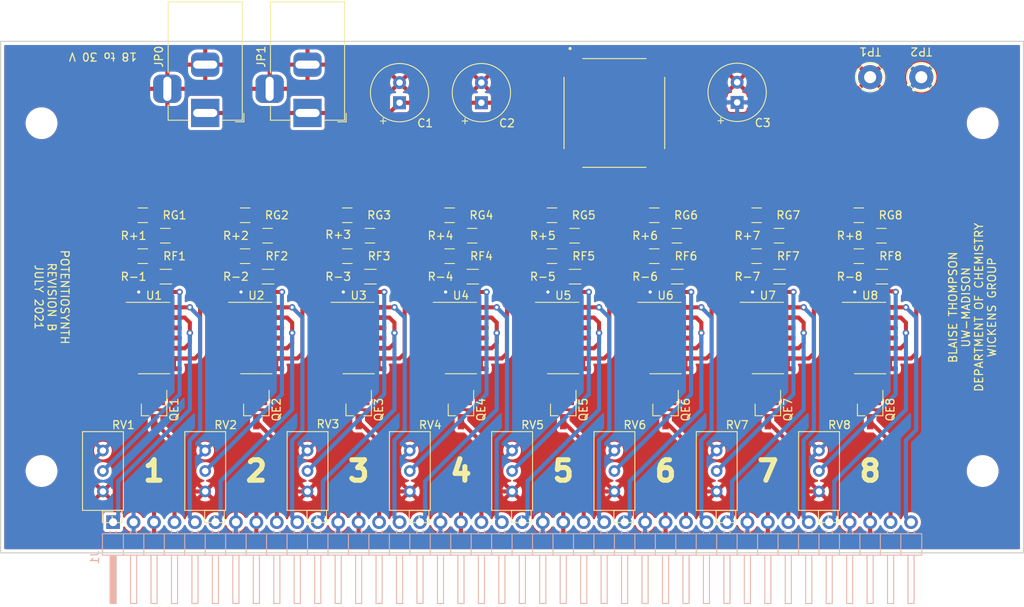
<source format=kicad_pcb>
(kicad_pcb (version 20171130) (host pcbnew 5.1.8+dfsg1-1+b1)
  (title_block (title potentiosynth) (date 2021-07-07) (rev B) (company "University of Wisconsin-Madison") (comment 1 "Department of Chemistry") (comment 2 "Wickens Group") (comment 3 "Blaise Thompson") (comment 4 blaise.thompson@wisc.edu))
  (layers (0 F.Cu signal) (31 B.Cu signal) (34 B.Paste user) (35 F.Paste user) (36 B.SilkS user) (37 F.SilkS user) (38 B.Mask user) (39 F.Mask user) (44 Edge.Cuts user))
  (net 0 "")
  (net 1 +15V)
  (net 2 GND)
  (net 3 "Net-(C1-Pad1)")
  (net 4 /8/ERROR)
  (net 5 /7/ERROR)
  (net 6 /6/ERROR)
  (net 7 /5/ERROR)
  (net 8 /4/ERROR)
  (net 9 /3/ERROR)
  (net 10 /2/ERROR)
  (net 11 /1/ERROR)
  (net 12 "Net-(R+1-Pad2)")
  (net 13 "Net-(R+2-Pad2)")
  (net 14 "Net-(R+3-Pad2)")
  (net 15 "Net-(R+4-Pad2)")
  (net 16 "Net-(R+5-Pad2)")
  (net 17 "Net-(R+6-Pad2)")
  (net 18 "Net-(R+7-Pad2)")
  (net 19 "Net-(R+8-Pad2)")
  (net 20 "Net-(R-1-Pad1)")
  (net 21 "Net-(R-2-Pad1)")
  (net 22 "Net-(R-3-Pad1)")
  (net 23 "Net-(R-4-Pad1)")
  (net 24 "Net-(R-5-Pad1)")
  (net 25 "Net-(R-6-Pad1)")
  (net 26 "Net-(R-7-Pad1)")
  (net 27 "Net-(R-8-Pad1)")
  (net 28 /8/COUNTER)
  (net 29 /8/REFERENCE)
  (net 30 /7/COUNTER)
  (net 31 /7/REFERENCE)
  (net 32 /6/COUNTER)
  (net 33 /6/REFERENCE)
  (net 34 /5/COUNTER)
  (net 35 /5/REFERENCE)
  (net 36 /4/COUNTER)
  (net 37 /4/REFERENCE)
  (net 38 /3/COUNTER)
  (net 39 /3/REFERENCE)
  (net 40 /2/COUNTER)
  (net 41 /2/REFERENCE)
  (net 42 /1/COUNTER)
  (net 43 /1/REFERENCE)
  (net 44 "Net-(R+1-Pad1)")
  (net 45 "Net-(R+2-Pad1)")
  (net 46 "Net-(R+3-Pad1)")
  (net 47 "Net-(R+4-Pad1)")
  (net 48 "Net-(R+5-Pad1)")
  (net 49 "Net-(R+6-Pad1)")
  (net 50 "Net-(R+7-Pad1)")
  (net 51 "Net-(R+8-Pad1)")
  (net 52 "Net-(QE1-Pad1)")
  (net 53 "Net-(QE2-Pad1)")
  (net 54 "Net-(QE3-Pad1)")
  (net 55 "Net-(QE4-Pad1)")
  (net 56 "Net-(QE5-Pad1)")
  (net 57 "Net-(QE6-Pad1)")
  (net 58 "Net-(QE7-Pad1)")
  (net 59 "Net-(QE8-Pad1)")
  (net 60 "Net-(R-1-Pad2)")
  (net 61 "Net-(R-2-Pad2)")
  (net 62 "Net-(R-3-Pad2)")
  (net 63 "Net-(R-4-Pad2)")
  (net 64 "Net-(R-5-Pad2)")
  (net 65 "Net-(R-6-Pad2)")
  (net 66 "Net-(R-7-Pad2)")
  (net 67 "Net-(R-8-Pad2)")
  (module Package_SO:SOIC-14_3.9x8.7mm_P1.27mm (layer F.Cu) (at 158.75 100.33)
    (fp_text reference U8 (at 0 -5.28) (layer F.SilkS))
    (fp_text value TLV9154IDR)
    (pad 14 smd roundrect (at 2.475 -3.81) (size 1.95 0.6) (layers F.Cu F.Paste F.Mask) (net 28 /8/COUNTER))
    (pad 13 smd roundrect (at 2.475 -2.54) (size 1.95 0.6) (layers F.Cu F.Paste F.Mask) (net 29 /8/REFERENCE))
    (pad 12 smd roundrect (at 2.475 -1.27) (size 1.95 0.6) (layers F.Cu F.Paste F.Mask) (net 51 "Net-(R+8-Pad1)"))
    (pad 11 smd roundrect (at 2.475 0) (size 1.95 0.6) (layers F.Cu F.Paste F.Mask) (net 2 GND))
    (pad 10 smd roundrect (at 2.475 1.27) (size 1.95 0.6) (layers F.Cu F.Paste F.Mask) (net 29 /8/REFERENCE))
    (pad 9 smd roundrect (at 2.475 2.54) (size 1.95 0.6) (layers F.Cu F.Paste F.Mask) (net 67 "Net-(R-8-Pad2)"))
    (pad 8 smd roundrect (at 2.475 3.81) (size 1.95 0.6) (layers F.Cu F.Paste F.Mask) (net 67 "Net-(R-8-Pad2)"))
    (pad 7 smd roundrect (at -2.475 3.81) (size 1.95 0.6) (layers F.Cu F.Paste F.Mask) (net 59 "Net-(QE8-Pad1)"))
    (pad 6 smd roundrect (at -2.475 2.54) (size 1.95 0.6) (layers F.Cu F.Paste F.Mask) (net 27 "Net-(R-8-Pad1)"))
    (pad 5 smd roundrect (at -2.475 1.27) (size 1.95 0.6) (layers F.Cu F.Paste F.Mask) (net 19 "Net-(R+8-Pad2)"))
    (pad 4 smd roundrect (at -2.475 0) (size 1.95 0.6) (layers F.Cu F.Paste F.Mask) (net 1 +15V))
    (pad 3 smd roundrect (at -2.475 -1.27) (size 1.95 0.6) (layers F.Cu F.Paste F.Mask))
    (pad 2 smd roundrect (at -2.475 -2.54) (size 1.95 0.6) (layers F.Cu F.Paste F.Mask))
    (pad 1 smd roundrect (at -2.475 -3.81) (size 1.95 0.6) (layers F.Cu F.Paste F.Mask))
  )
  (module Package_SO:SOIC-14_3.9x8.7mm_P1.27mm (layer F.Cu) (at 146.05 100.33)
    (fp_text reference U7 (at 0 -5.28) (layer F.SilkS))
    (fp_text value TLV9154IDR)
    (pad 14 smd roundrect (at 2.475 -3.81) (size 1.95 0.6) (layers F.Cu F.Paste F.Mask) (net 30 /7/COUNTER))
    (pad 13 smd roundrect (at 2.475 -2.54) (size 1.95 0.6) (layers F.Cu F.Paste F.Mask) (net 31 /7/REFERENCE))
    (pad 12 smd roundrect (at 2.475 -1.27) (size 1.95 0.6) (layers F.Cu F.Paste F.Mask) (net 50 "Net-(R+7-Pad1)"))
    (pad 11 smd roundrect (at 2.475 0) (size 1.95 0.6) (layers F.Cu F.Paste F.Mask) (net 2 GND))
    (pad 10 smd roundrect (at 2.475 1.27) (size 1.95 0.6) (layers F.Cu F.Paste F.Mask) (net 31 /7/REFERENCE))
    (pad 9 smd roundrect (at 2.475 2.54) (size 1.95 0.6) (layers F.Cu F.Paste F.Mask) (net 66 "Net-(R-7-Pad2)"))
    (pad 8 smd roundrect (at 2.475 3.81) (size 1.95 0.6) (layers F.Cu F.Paste F.Mask) (net 66 "Net-(R-7-Pad2)"))
    (pad 7 smd roundrect (at -2.475 3.81) (size 1.95 0.6) (layers F.Cu F.Paste F.Mask) (net 58 "Net-(QE7-Pad1)"))
    (pad 6 smd roundrect (at -2.475 2.54) (size 1.95 0.6) (layers F.Cu F.Paste F.Mask) (net 26 "Net-(R-7-Pad1)"))
    (pad 5 smd roundrect (at -2.475 1.27) (size 1.95 0.6) (layers F.Cu F.Paste F.Mask) (net 18 "Net-(R+7-Pad2)"))
    (pad 4 smd roundrect (at -2.475 0) (size 1.95 0.6) (layers F.Cu F.Paste F.Mask) (net 1 +15V))
    (pad 3 smd roundrect (at -2.475 -1.27) (size 1.95 0.6) (layers F.Cu F.Paste F.Mask))
    (pad 2 smd roundrect (at -2.475 -2.54) (size 1.95 0.6) (layers F.Cu F.Paste F.Mask))
    (pad 1 smd roundrect (at -2.475 -3.81) (size 1.95 0.6) (layers F.Cu F.Paste F.Mask))
  )
  (module Package_SO:SOIC-14_3.9x8.7mm_P1.27mm (layer F.Cu) (at 133.35 100.33)
    (fp_text reference U6 (at 0 -5.28) (layer F.SilkS))
    (fp_text value TLV9154IDR)
    (pad 14 smd roundrect (at 2.475 -3.81) (size 1.95 0.6) (layers F.Cu F.Paste F.Mask) (net 32 /6/COUNTER))
    (pad 13 smd roundrect (at 2.475 -2.54) (size 1.95 0.6) (layers F.Cu F.Paste F.Mask) (net 33 /6/REFERENCE))
    (pad 12 smd roundrect (at 2.475 -1.27) (size 1.95 0.6) (layers F.Cu F.Paste F.Mask) (net 49 "Net-(R+6-Pad1)"))
    (pad 11 smd roundrect (at 2.475 0) (size 1.95 0.6) (layers F.Cu F.Paste F.Mask) (net 2 GND))
    (pad 10 smd roundrect (at 2.475 1.27) (size 1.95 0.6) (layers F.Cu F.Paste F.Mask) (net 33 /6/REFERENCE))
    (pad 9 smd roundrect (at 2.475 2.54) (size 1.95 0.6) (layers F.Cu F.Paste F.Mask) (net 65 "Net-(R-6-Pad2)"))
    (pad 8 smd roundrect (at 2.475 3.81) (size 1.95 0.6) (layers F.Cu F.Paste F.Mask) (net 65 "Net-(R-6-Pad2)"))
    (pad 7 smd roundrect (at -2.475 3.81) (size 1.95 0.6) (layers F.Cu F.Paste F.Mask) (net 57 "Net-(QE6-Pad1)"))
    (pad 6 smd roundrect (at -2.475 2.54) (size 1.95 0.6) (layers F.Cu F.Paste F.Mask) (net 25 "Net-(R-6-Pad1)"))
    (pad 5 smd roundrect (at -2.475 1.27) (size 1.95 0.6) (layers F.Cu F.Paste F.Mask) (net 17 "Net-(R+6-Pad2)"))
    (pad 4 smd roundrect (at -2.475 0) (size 1.95 0.6) (layers F.Cu F.Paste F.Mask) (net 1 +15V))
    (pad 3 smd roundrect (at -2.475 -1.27) (size 1.95 0.6) (layers F.Cu F.Paste F.Mask))
    (pad 2 smd roundrect (at -2.475 -2.54) (size 1.95 0.6) (layers F.Cu F.Paste F.Mask))
    (pad 1 smd roundrect (at -2.475 -3.81) (size 1.95 0.6) (layers F.Cu F.Paste F.Mask))
  )
  (module Package_SO:SOIC-14_3.9x8.7mm_P1.27mm (layer F.Cu) (at 120.65 100.33)
    (fp_text reference U5 (at 0 -5.28) (layer F.SilkS))
    (fp_text value TLV9154IDR)
    (pad 14 smd roundrect (at 2.475 -3.81) (size 1.95 0.6) (layers F.Cu F.Paste F.Mask) (net 34 /5/COUNTER))
    (pad 13 smd roundrect (at 2.475 -2.54) (size 1.95 0.6) (layers F.Cu F.Paste F.Mask) (net 35 /5/REFERENCE))
    (pad 12 smd roundrect (at 2.475 -1.27) (size 1.95 0.6) (layers F.Cu F.Paste F.Mask) (net 48 "Net-(R+5-Pad1)"))
    (pad 11 smd roundrect (at 2.475 0) (size 1.95 0.6) (layers F.Cu F.Paste F.Mask) (net 2 GND))
    (pad 10 smd roundrect (at 2.475 1.27) (size 1.95 0.6) (layers F.Cu F.Paste F.Mask) (net 35 /5/REFERENCE))
    (pad 9 smd roundrect (at 2.475 2.54) (size 1.95 0.6) (layers F.Cu F.Paste F.Mask) (net 64 "Net-(R-5-Pad2)"))
    (pad 8 smd roundrect (at 2.475 3.81) (size 1.95 0.6) (layers F.Cu F.Paste F.Mask) (net 64 "Net-(R-5-Pad2)"))
    (pad 7 smd roundrect (at -2.475 3.81) (size 1.95 0.6) (layers F.Cu F.Paste F.Mask) (net 56 "Net-(QE5-Pad1)"))
    (pad 6 smd roundrect (at -2.475 2.54) (size 1.95 0.6) (layers F.Cu F.Paste F.Mask) (net 24 "Net-(R-5-Pad1)"))
    (pad 5 smd roundrect (at -2.475 1.27) (size 1.95 0.6) (layers F.Cu F.Paste F.Mask) (net 16 "Net-(R+5-Pad2)"))
    (pad 4 smd roundrect (at -2.475 0) (size 1.95 0.6) (layers F.Cu F.Paste F.Mask) (net 1 +15V))
    (pad 3 smd roundrect (at -2.475 -1.27) (size 1.95 0.6) (layers F.Cu F.Paste F.Mask))
    (pad 2 smd roundrect (at -2.475 -2.54) (size 1.95 0.6) (layers F.Cu F.Paste F.Mask))
    (pad 1 smd roundrect (at -2.475 -3.81) (size 1.95 0.6) (layers F.Cu F.Paste F.Mask))
  )
  (module Package_SO:SOIC-14_3.9x8.7mm_P1.27mm (layer F.Cu) (at 107.95 100.33)
    (fp_text reference U4 (at 0 -5.28) (layer F.SilkS))
    (fp_text value TLV9154IDR)
    (pad 14 smd roundrect (at 2.475 -3.81) (size 1.95 0.6) (layers F.Cu F.Paste F.Mask) (net 36 /4/COUNTER))
    (pad 13 smd roundrect (at 2.475 -2.54) (size 1.95 0.6) (layers F.Cu F.Paste F.Mask) (net 37 /4/REFERENCE))
    (pad 12 smd roundrect (at 2.475 -1.27) (size 1.95 0.6) (layers F.Cu F.Paste F.Mask) (net 47 "Net-(R+4-Pad1)"))
    (pad 11 smd roundrect (at 2.475 0) (size 1.95 0.6) (layers F.Cu F.Paste F.Mask) (net 2 GND))
    (pad 10 smd roundrect (at 2.475 1.27) (size 1.95 0.6) (layers F.Cu F.Paste F.Mask) (net 37 /4/REFERENCE))
    (pad 9 smd roundrect (at 2.475 2.54) (size 1.95 0.6) (layers F.Cu F.Paste F.Mask) (net 63 "Net-(R-4-Pad2)"))
    (pad 8 smd roundrect (at 2.475 3.81) (size 1.95 0.6) (layers F.Cu F.Paste F.Mask) (net 63 "Net-(R-4-Pad2)"))
    (pad 7 smd roundrect (at -2.475 3.81) (size 1.95 0.6) (layers F.Cu F.Paste F.Mask) (net 55 "Net-(QE4-Pad1)"))
    (pad 6 smd roundrect (at -2.475 2.54) (size 1.95 0.6) (layers F.Cu F.Paste F.Mask) (net 23 "Net-(R-4-Pad1)"))
    (pad 5 smd roundrect (at -2.475 1.27) (size 1.95 0.6) (layers F.Cu F.Paste F.Mask) (net 15 "Net-(R+4-Pad2)"))
    (pad 4 smd roundrect (at -2.475 0) (size 1.95 0.6) (layers F.Cu F.Paste F.Mask) (net 1 +15V))
    (pad 3 smd roundrect (at -2.475 -1.27) (size 1.95 0.6) (layers F.Cu F.Paste F.Mask))
    (pad 2 smd roundrect (at -2.475 -2.54) (size 1.95 0.6) (layers F.Cu F.Paste F.Mask))
    (pad 1 smd roundrect (at -2.475 -3.81) (size 1.95 0.6) (layers F.Cu F.Paste F.Mask))
  )
  (module Package_SO:SOIC-14_3.9x8.7mm_P1.27mm (layer F.Cu) (at 95.25 100.33)
    (fp_text reference U3 (at 0 -5.28) (layer F.SilkS))
    (fp_text value TLV9154IDR)
    (pad 14 smd roundrect (at 2.475 -3.81) (size 1.95 0.6) (layers F.Cu F.Paste F.Mask) (net 38 /3/COUNTER))
    (pad 13 smd roundrect (at 2.475 -2.54) (size 1.95 0.6) (layers F.Cu F.Paste F.Mask) (net 39 /3/REFERENCE))
    (pad 12 smd roundrect (at 2.475 -1.27) (size 1.95 0.6) (layers F.Cu F.Paste F.Mask) (net 46 "Net-(R+3-Pad1)"))
    (pad 11 smd roundrect (at 2.475 0) (size 1.95 0.6) (layers F.Cu F.Paste F.Mask) (net 2 GND))
    (pad 10 smd roundrect (at 2.475 1.27) (size 1.95 0.6) (layers F.Cu F.Paste F.Mask) (net 39 /3/REFERENCE))
    (pad 9 smd roundrect (at 2.475 2.54) (size 1.95 0.6) (layers F.Cu F.Paste F.Mask) (net 62 "Net-(R-3-Pad2)"))
    (pad 8 smd roundrect (at 2.475 3.81) (size 1.95 0.6) (layers F.Cu F.Paste F.Mask) (net 62 "Net-(R-3-Pad2)"))
    (pad 7 smd roundrect (at -2.475 3.81) (size 1.95 0.6) (layers F.Cu F.Paste F.Mask) (net 54 "Net-(QE3-Pad1)"))
    (pad 6 smd roundrect (at -2.475 2.54) (size 1.95 0.6) (layers F.Cu F.Paste F.Mask) (net 22 "Net-(R-3-Pad1)"))
    (pad 5 smd roundrect (at -2.475 1.27) (size 1.95 0.6) (layers F.Cu F.Paste F.Mask) (net 14 "Net-(R+3-Pad2)"))
    (pad 4 smd roundrect (at -2.475 0) (size 1.95 0.6) (layers F.Cu F.Paste F.Mask) (net 1 +15V))
    (pad 3 smd roundrect (at -2.475 -1.27) (size 1.95 0.6) (layers F.Cu F.Paste F.Mask))
    (pad 2 smd roundrect (at -2.475 -2.54) (size 1.95 0.6) (layers F.Cu F.Paste F.Mask))
    (pad 1 smd roundrect (at -2.475 -3.81) (size 1.95 0.6) (layers F.Cu F.Paste F.Mask))
  )
  (module Package_SO:SOIC-14_3.9x8.7mm_P1.27mm (layer F.Cu) (at 82.55 100.33)
    (fp_text reference U2 (at 0 -5.28) (layer F.SilkS))
    (fp_text value TLV9154IDR)
    (pad 14 smd roundrect (at 2.475 -3.81) (size 1.95 0.6) (layers F.Cu F.Paste F.Mask) (net 40 /2/COUNTER))
    (pad 13 smd roundrect (at 2.475 -2.54) (size 1.95 0.6) (layers F.Cu F.Paste F.Mask) (net 41 /2/REFERENCE))
    (pad 12 smd roundrect (at 2.475 -1.27) (size 1.95 0.6) (layers F.Cu F.Paste F.Mask) (net 45 "Net-(R+2-Pad1)"))
    (pad 11 smd roundrect (at 2.475 0) (size 1.95 0.6) (layers F.Cu F.Paste F.Mask) (net 2 GND))
    (pad 10 smd roundrect (at 2.475 1.27) (size 1.95 0.6) (layers F.Cu F.Paste F.Mask) (net 41 /2/REFERENCE))
    (pad 9 smd roundrect (at 2.475 2.54) (size 1.95 0.6) (layers F.Cu F.Paste F.Mask) (net 61 "Net-(R-2-Pad2)"))
    (pad 8 smd roundrect (at 2.475 3.81) (size 1.95 0.6) (layers F.Cu F.Paste F.Mask) (net 61 "Net-(R-2-Pad2)"))
    (pad 7 smd roundrect (at -2.475 3.81) (size 1.95 0.6) (layers F.Cu F.Paste F.Mask) (net 53 "Net-(QE2-Pad1)"))
    (pad 6 smd roundrect (at -2.475 2.54) (size 1.95 0.6) (layers F.Cu F.Paste F.Mask) (net 21 "Net-(R-2-Pad1)"))
    (pad 5 smd roundrect (at -2.475 1.27) (size 1.95 0.6) (layers F.Cu F.Paste F.Mask) (net 13 "Net-(R+2-Pad2)"))
    (pad 4 smd roundrect (at -2.475 0) (size 1.95 0.6) (layers F.Cu F.Paste F.Mask) (net 1 +15V))
    (pad 3 smd roundrect (at -2.475 -1.27) (size 1.95 0.6) (layers F.Cu F.Paste F.Mask))
    (pad 2 smd roundrect (at -2.475 -2.54) (size 1.95 0.6) (layers F.Cu F.Paste F.Mask))
    (pad 1 smd roundrect (at -2.475 -3.81) (size 1.95 0.6) (layers F.Cu F.Paste F.Mask))
  )
  (module Package_SO:SOIC-14_3.9x8.7mm_P1.27mm (layer F.Cu) (at 69.85 100.33)
    (fp_text reference U1 (at 0 -5.28) (layer F.SilkS))
    (fp_text value TLV9154IDR)
    (pad 14 smd roundrect (at 2.475 -3.81) (size 1.95 0.6) (layers F.Cu F.Paste F.Mask) (net 42 /1/COUNTER))
    (pad 13 smd roundrect (at 2.475 -2.54) (size 1.95 0.6) (layers F.Cu F.Paste F.Mask) (net 43 /1/REFERENCE))
    (pad 12 smd roundrect (at 2.475 -1.27) (size 1.95 0.6) (layers F.Cu F.Paste F.Mask) (net 44 "Net-(R+1-Pad1)"))
    (pad 11 smd roundrect (at 2.475 0) (size 1.95 0.6) (layers F.Cu F.Paste F.Mask) (net 2 GND))
    (pad 10 smd roundrect (at 2.475 1.27) (size 1.95 0.6) (layers F.Cu F.Paste F.Mask) (net 43 /1/REFERENCE))
    (pad 9 smd roundrect (at 2.475 2.54) (size 1.95 0.6) (layers F.Cu F.Paste F.Mask) (net 60 "Net-(R-1-Pad2)"))
    (pad 8 smd roundrect (at 2.475 3.81) (size 1.95 0.6) (layers F.Cu F.Paste F.Mask) (net 60 "Net-(R-1-Pad2)"))
    (pad 7 smd roundrect (at -2.475 3.81) (size 1.95 0.6) (layers F.Cu F.Paste F.Mask) (net 52 "Net-(QE1-Pad1)"))
    (pad 6 smd roundrect (at -2.475 2.54) (size 1.95 0.6) (layers F.Cu F.Paste F.Mask) (net 20 "Net-(R-1-Pad1)"))
    (pad 5 smd roundrect (at -2.475 1.27) (size 1.95 0.6) (layers F.Cu F.Paste F.Mask) (net 12 "Net-(R+1-Pad2)"))
    (pad 4 smd roundrect (at -2.475 0) (size 1.95 0.6) (layers F.Cu F.Paste F.Mask) (net 1 +15V))
    (pad 3 smd roundrect (at -2.475 -1.27) (size 1.95 0.6) (layers F.Cu F.Paste F.Mask))
    (pad 2 smd roundrect (at -2.475 -2.54) (size 1.95 0.6) (layers F.Cu F.Paste F.Mask))
    (pad 1 smd roundrect (at -2.475 -3.81) (size 1.95 0.6) (layers F.Cu F.Paste F.Mask))
  )
  (module footprints:CONV_VXO7815-500-M (layer F.Cu) (at 127 72.39)
    (fp_text reference U0 (at -3.325 -9.135) (layer F.SilkS) (effects (font (thickness 0.015))))
    (fp_text value R-7815-0.5)
    (pad 4 smd rect (at -5.5 6) (size 2.5 2.5) (layers F.Cu F.Paste F.Mask))
    (pad 3 smd rect (at 5.5 6) (size 2.5 2.5) (layers F.Cu F.Paste F.Mask) (net 1 +15V))
    (pad 2 smd rect (at 5.5 -6) (size 2.5 2.5) (layers F.Cu F.Paste F.Mask) (net 2 GND))
    (pad 1 smd rect (at -5.5 -6) (size 2.5 2.5) (layers F.Cu F.Paste F.Mask) (net 3 "Net-(C1-Pad1)"))
  )
  (module Potentiometer_THT:Potentiometer_Bourns_3296X_Horizontal (layer F.Cu) (at 114.3 114.3 90)
    (fp_text reference RV5 (at 3.175 2.54 180) (layer F.SilkS))
    (fp_text value R_POT_US)
    (pad 3 thru_hole circle (at -5.08 0 90) (size 1.44 1.44) (drill 0.8) (layers *.Cu *.Mask) (net 2 GND))
    (pad 2 thru_hole circle (at -2.54 0 90) (size 1.44 1.44) (drill 0.8) (layers *.Cu *.Mask) (net 48 "Net-(R+5-Pad1)"))
    (pad 1 thru_hole circle (at 0 0 90) (size 1.44 1.44) (drill 0.8) (layers *.Cu *.Mask) (net 1 +15V))
  )
  (module Potentiometer_THT:Potentiometer_Bourns_3296X_Horizontal (layer F.Cu) (at 63.5 114.3 90)
    (fp_text reference RV1 (at 3.175 2.54 180) (layer F.SilkS))
    (fp_text value R_POT_US)
    (pad 3 thru_hole circle (at -5.08 0 90) (size 1.44 1.44) (drill 0.8) (layers *.Cu *.Mask) (net 2 GND))
    (pad 2 thru_hole circle (at -2.54 0 90) (size 1.44 1.44) (drill 0.8) (layers *.Cu *.Mask) (net 44 "Net-(R+1-Pad1)"))
    (pad 1 thru_hole circle (at 0 0 90) (size 1.44 1.44) (drill 0.8) (layers *.Cu *.Mask) (net 1 +15V))
  )
  (module Package_TO_SOT_SMD:SOT-23_Handsoldering (layer F.Cu) (at 158.75 109.22 270)
    (fp_text reference QE8 (at 0 -2.5 90) (layer F.SilkS))
    (fp_text value 2N70002K)
    (pad 3 smd rect (at 1.5 0 270) (size 1.9 0.8) (layers F.Cu F.Paste F.Mask) (net 4 /8/ERROR))
    (pad 2 smd rect (at -1.5 0.95 270) (size 1.9 0.8) (layers F.Cu F.Paste F.Mask) (net 2 GND))
    (pad 1 smd rect (at -1.5 -0.95 270) (size 1.9 0.8) (layers F.Cu F.Paste F.Mask) (net 59 "Net-(QE8-Pad1)"))
  )
  (module Package_TO_SOT_SMD:SOT-23_Handsoldering (layer F.Cu) (at 146.05 109.22 270)
    (fp_text reference QE7 (at 0 -2.5 90) (layer F.SilkS))
    (fp_text value 2N70002K)
    (pad 3 smd rect (at 1.5 0 270) (size 1.9 0.8) (layers F.Cu F.Paste F.Mask) (net 5 /7/ERROR))
    (pad 2 smd rect (at -1.5 0.95 270) (size 1.9 0.8) (layers F.Cu F.Paste F.Mask) (net 2 GND))
    (pad 1 smd rect (at -1.5 -0.95 270) (size 1.9 0.8) (layers F.Cu F.Paste F.Mask) (net 58 "Net-(QE7-Pad1)"))
  )
  (module Package_TO_SOT_SMD:SOT-23_Handsoldering (layer F.Cu) (at 133.35 109.22 270)
    (fp_text reference QE6 (at 0 -2.5 90) (layer F.SilkS))
    (fp_text value 2N70002K)
    (pad 3 smd rect (at 1.5 0 270) (size 1.9 0.8) (layers F.Cu F.Paste F.Mask) (net 6 /6/ERROR))
    (pad 2 smd rect (at -1.5 0.95 270) (size 1.9 0.8) (layers F.Cu F.Paste F.Mask) (net 2 GND))
    (pad 1 smd rect (at -1.5 -0.95 270) (size 1.9 0.8) (layers F.Cu F.Paste F.Mask) (net 57 "Net-(QE6-Pad1)"))
  )
  (module Package_TO_SOT_SMD:SOT-23_Handsoldering (layer F.Cu) (at 120.65 109.22 270)
    (fp_text reference QE5 (at 0 -2.5 90) (layer F.SilkS))
    (fp_text value 2N70002K)
    (pad 3 smd rect (at 1.5 0 270) (size 1.9 0.8) (layers F.Cu F.Paste F.Mask) (net 7 /5/ERROR))
    (pad 2 smd rect (at -1.5 0.95 270) (size 1.9 0.8) (layers F.Cu F.Paste F.Mask) (net 2 GND))
    (pad 1 smd rect (at -1.5 -0.95 270) (size 1.9 0.8) (layers F.Cu F.Paste F.Mask) (net 56 "Net-(QE5-Pad1)"))
  )
  (module Package_TO_SOT_SMD:SOT-23_Handsoldering (layer F.Cu) (at 107.95 109.22 270)
    (fp_text reference QE4 (at 0 -2.5 90) (layer F.SilkS))
    (fp_text value 2N70002K)
    (pad 3 smd rect (at 1.5 0 270) (size 1.9 0.8) (layers F.Cu F.Paste F.Mask) (net 8 /4/ERROR))
    (pad 2 smd rect (at -1.5 0.95 270) (size 1.9 0.8) (layers F.Cu F.Paste F.Mask) (net 2 GND))
    (pad 1 smd rect (at -1.5 -0.95 270) (size 1.9 0.8) (layers F.Cu F.Paste F.Mask) (net 55 "Net-(QE4-Pad1)"))
  )
  (module Package_TO_SOT_SMD:SOT-23_Handsoldering (layer F.Cu) (at 95.25 109.22 270)
    (fp_text reference QE3 (at 0 -2.5 90) (layer F.SilkS))
    (fp_text value 2N70002K)
    (pad 3 smd rect (at 1.5 0 270) (size 1.9 0.8) (layers F.Cu F.Paste F.Mask) (net 9 /3/ERROR))
    (pad 2 smd rect (at -1.5 0.95 270) (size 1.9 0.8) (layers F.Cu F.Paste F.Mask) (net 2 GND))
    (pad 1 smd rect (at -1.5 -0.95 270) (size 1.9 0.8) (layers F.Cu F.Paste F.Mask) (net 54 "Net-(QE3-Pad1)"))
  )
  (module Package_TO_SOT_SMD:SOT-23_Handsoldering (layer F.Cu) (at 82.55 109.22 270)
    (fp_text reference QE2 (at 0 -2.5 90) (layer F.SilkS))
    (fp_text value 2N70002K)
    (pad 3 smd rect (at 1.5 0 270) (size 1.9 0.8) (layers F.Cu F.Paste F.Mask) (net 10 /2/ERROR))
    (pad 2 smd rect (at -1.5 0.95 270) (size 1.9 0.8) (layers F.Cu F.Paste F.Mask) (net 2 GND))
    (pad 1 smd rect (at -1.5 -0.95 270) (size 1.9 0.8) (layers F.Cu F.Paste F.Mask) (net 53 "Net-(QE2-Pad1)"))
  )
  (module Package_TO_SOT_SMD:SOT-23_Handsoldering (layer F.Cu) (at 69.85 109.22 270)
    (fp_text reference QE1 (at 0 -2.5 90) (layer F.SilkS))
    (fp_text value 2N70002K)
    (pad 3 smd rect (at 1.5 0 270) (size 1.9 0.8) (layers F.Cu F.Paste F.Mask) (net 11 /1/ERROR))
    (pad 2 smd rect (at -1.5 0.95 270) (size 1.9 0.8) (layers F.Cu F.Paste F.Mask) (net 2 GND))
    (pad 1 smd rect (at -1.5 -0.95 270) (size 1.9 0.8) (layers F.Cu F.Paste F.Mask) (net 52 "Net-(QE1-Pad1)"))
  )
  (module Resistor_SMD:R_1206_3216Metric (layer F.Cu) (at 160.2125 92.71)
    (fp_text reference R-8 (at -4.0025 0) (layer F.SilkS))
    (fp_text value 1k)
    (pad 2 smd roundrect (at 1.4625 0) (size 1.125 1.75) (layers F.Cu F.Paste F.Mask) (roundrect_rratio 0.2222195555555556) (net 67 "Net-(R-8-Pad2)"))
    (pad 1 smd roundrect (at -1.4625 0) (size 1.125 1.75) (layers F.Cu F.Paste F.Mask) (roundrect_rratio 0.2222195555555556) (net 27 "Net-(R-8-Pad1)"))
  )
  (module Resistor_SMD:R_1206_3216Metric (layer F.Cu) (at 147.5125 92.71)
    (fp_text reference R-7 (at -4.0025 0) (layer F.SilkS))
    (fp_text value 1k)
    (pad 2 smd roundrect (at 1.4625 0) (size 1.125 1.75) (layers F.Cu F.Paste F.Mask) (roundrect_rratio 0.2222195555555556) (net 66 "Net-(R-7-Pad2)"))
    (pad 1 smd roundrect (at -1.4625 0) (size 1.125 1.75) (layers F.Cu F.Paste F.Mask) (roundrect_rratio 0.2222195555555556) (net 26 "Net-(R-7-Pad1)"))
  )
  (module Resistor_SMD:R_1206_3216Metric (layer F.Cu) (at 134.8125 92.71)
    (fp_text reference R-6 (at -4.0025 0) (layer F.SilkS))
    (fp_text value 1k)
    (pad 2 smd roundrect (at 1.4625 0) (size 1.125 1.75) (layers F.Cu F.Paste F.Mask) (roundrect_rratio 0.2222195555555556) (net 65 "Net-(R-6-Pad2)"))
    (pad 1 smd roundrect (at -1.4625 0) (size 1.125 1.75) (layers F.Cu F.Paste F.Mask) (roundrect_rratio 0.2222195555555556) (net 25 "Net-(R-6-Pad1)"))
  )
  (module Resistor_SMD:R_1206_3216Metric (layer F.Cu) (at 122.1125 92.71)
    (fp_text reference R-5 (at -4.0025 0) (layer F.SilkS))
    (fp_text value 1k)
    (pad 2 smd roundrect (at 1.4625 0) (size 1.125 1.75) (layers F.Cu F.Paste F.Mask) (roundrect_rratio 0.2222195555555556) (net 64 "Net-(R-5-Pad2)"))
    (pad 1 smd roundrect (at -1.4625 0) (size 1.125 1.75) (layers F.Cu F.Paste F.Mask) (roundrect_rratio 0.2222195555555556) (net 24 "Net-(R-5-Pad1)"))
  )
  (module Resistor_SMD:R_1206_3216Metric (layer F.Cu) (at 109.4125 92.71)
    (fp_text reference R-4 (at -4.0025 0) (layer F.SilkS))
    (fp_text value 1k)
    (pad 2 smd roundrect (at 1.4625 0) (size 1.125 1.75) (layers F.Cu F.Paste F.Mask) (roundrect_rratio 0.2222195555555556) (net 63 "Net-(R-4-Pad2)"))
    (pad 1 smd roundrect (at -1.4625 0) (size 1.125 1.75) (layers F.Cu F.Paste F.Mask) (roundrect_rratio 0.2222195555555556) (net 23 "Net-(R-4-Pad1)"))
  )
  (module Resistor_SMD:R_1206_3216Metric (layer F.Cu) (at 96.7125 92.71)
    (fp_text reference R-3 (at -4.0025 0) (layer F.SilkS))
    (fp_text value 1k)
    (pad 2 smd roundrect (at 1.4625 0) (size 1.125 1.75) (layers F.Cu F.Paste F.Mask) (roundrect_rratio 0.2222195555555556) (net 62 "Net-(R-3-Pad2)"))
    (pad 1 smd roundrect (at -1.4625 0) (size 1.125 1.75) (layers F.Cu F.Paste F.Mask) (roundrect_rratio 0.2222195555555556) (net 22 "Net-(R-3-Pad1)"))
  )
  (module Resistor_SMD:R_1206_3216Metric (layer F.Cu) (at 84.0125 92.71)
    (fp_text reference R-2 (at -4.0025 0) (layer F.SilkS))
    (fp_text value 1k)
    (pad 2 smd roundrect (at 1.4625 0) (size 1.125 1.75) (layers F.Cu F.Paste F.Mask) (roundrect_rratio 0.2222195555555556) (net 61 "Net-(R-2-Pad2)"))
    (pad 1 smd roundrect (at -1.4625 0) (size 1.125 1.75) (layers F.Cu F.Paste F.Mask) (roundrect_rratio 0.2222195555555556) (net 21 "Net-(R-2-Pad1)"))
  )
  (module Resistor_SMD:R_1206_3216Metric (layer F.Cu) (at 71.3125 92.71)
    (fp_text reference R-1 (at -4.0025 0) (layer F.SilkS))
    (fp_text value 1k)
    (pad 2 smd roundrect (at 1.4625 0) (size 1.125 1.75) (layers F.Cu F.Paste F.Mask) (roundrect_rratio 0.2222195555555556) (net 60 "Net-(R-1-Pad2)"))
    (pad 1 smd roundrect (at -1.4625 0) (size 1.125 1.75) (layers F.Cu F.Paste F.Mask) (roundrect_rratio 0.2222195555555556) (net 20 "Net-(R-1-Pad1)"))
  )
  (module Potentiometer_THT:Potentiometer_Bourns_3296X_Horizontal (layer F.Cu) (at 127 114.3 90)
    (fp_text reference RV6 (at 3.175 2.54 180) (layer F.SilkS))
    (fp_text value R_POT_US)
    (pad 3 thru_hole circle (at -5.08 0 90) (size 1.44 1.44) (drill 0.8) (layers *.Cu *.Mask) (net 2 GND))
    (pad 2 thru_hole circle (at -2.54 0 90) (size 1.44 1.44) (drill 0.8) (layers *.Cu *.Mask) (net 49 "Net-(R+6-Pad1)"))
    (pad 1 thru_hole circle (at 0 0 90) (size 1.44 1.44) (drill 0.8) (layers *.Cu *.Mask) (net 1 +15V))
  )
  (module Potentiometer_THT:Potentiometer_Bourns_3296X_Horizontal (layer F.Cu) (at 88.9 114.3 90)
    (fp_text reference RV3 (at 3.285 2.54 180) (layer F.SilkS))
    (fp_text value R_POT_US)
    (pad 3 thru_hole circle (at -5.08 0 90) (size 1.44 1.44) (drill 0.8) (layers *.Cu *.Mask) (net 2 GND))
    (pad 2 thru_hole circle (at -2.54 0 90) (size 1.44 1.44) (drill 0.8) (layers *.Cu *.Mask) (net 46 "Net-(R+3-Pad1)"))
    (pad 1 thru_hole circle (at 0 0 90) (size 1.44 1.44) (drill 0.8) (layers *.Cu *.Mask) (net 1 +15V))
  )
  (module Potentiometer_THT:Potentiometer_Bourns_3296X_Horizontal (layer F.Cu) (at 76.2 114.3 90)
    (fp_text reference RV2 (at 3.175 2.54 180) (layer F.SilkS))
    (fp_text value R_POT_US)
    (pad 3 thru_hole circle (at -5.08 0 90) (size 1.44 1.44) (drill 0.8) (layers *.Cu *.Mask) (net 2 GND))
    (pad 2 thru_hole circle (at -2.54 0 90) (size 1.44 1.44) (drill 0.8) (layers *.Cu *.Mask) (net 45 "Net-(R+2-Pad1)"))
    (pad 1 thru_hole circle (at 0 0 90) (size 1.44 1.44) (drill 0.8) (layers *.Cu *.Mask) (net 1 +15V))
  )
  (module Potentiometer_THT:Potentiometer_Bourns_3296X_Horizontal (layer F.Cu) (at 101.6 114.3 90)
    (fp_text reference RV4 (at 3.175 2.54 180) (layer F.SilkS))
    (fp_text value R_POT_US)
    (pad 3 thru_hole circle (at -5.08 0 90) (size 1.44 1.44) (drill 0.8) (layers *.Cu *.Mask) (net 2 GND))
    (pad 2 thru_hole circle (at -2.54 0 90) (size 1.44 1.44) (drill 0.8) (layers *.Cu *.Mask) (net 47 "Net-(R+4-Pad1)"))
    (pad 1 thru_hole circle (at 0 0 90) (size 1.44 1.44) (drill 0.8) (layers *.Cu *.Mask) (net 1 +15V))
  )
  (module Potentiometer_THT:Potentiometer_Bourns_3296X_Horizontal (layer F.Cu) (at 152.4 114.3 90)
    (fp_text reference RV8 (at 3.175 2.54 180) (layer F.SilkS))
    (fp_text value R_POT_US)
    (pad 3 thru_hole circle (at -5.08 0 90) (size 1.44 1.44) (drill 0.8) (layers *.Cu *.Mask) (net 2 GND))
    (pad 2 thru_hole circle (at -2.54 0 90) (size 1.44 1.44) (drill 0.8) (layers *.Cu *.Mask) (net 51 "Net-(R+8-Pad1)"))
    (pad 1 thru_hole circle (at 0 0 90) (size 1.44 1.44) (drill 0.8) (layers *.Cu *.Mask) (net 1 +15V))
  )
  (module Potentiometer_THT:Potentiometer_Bourns_3296X_Horizontal (layer F.Cu) (at 139.7 114.3 90)
    (fp_text reference RV7 (at 3.175 2.54 180) (layer F.SilkS))
    (fp_text value R_POT_US)
    (pad 3 thru_hole circle (at -5.08 0 90) (size 1.44 1.44) (drill 0.8) (layers *.Cu *.Mask) (net 2 GND))
    (pad 2 thru_hole circle (at -2.54 0 90) (size 1.44 1.44) (drill 0.8) (layers *.Cu *.Mask) (net 50 "Net-(R+7-Pad1)"))
    (pad 1 thru_hole circle (at 0 0 90) (size 1.44 1.44) (drill 0.8) (layers *.Cu *.Mask) (net 1 +15V))
  )
  (module Resistor_SMD:R_1206_3216Metric (layer F.Cu) (at 157.35 85.09 180)
    (fp_text reference RG8 (at -3.94 0) (layer F.SilkS))
    (fp_text value 100k)
    (pad 2 smd roundrect (at 1.4 0 180) (size 1.25 1.75) (layers F.Cu F.Paste F.Mask) (roundrect_rratio 0.2) (net 2 GND))
    (pad 1 smd roundrect (at -1.4 0 180) (size 1.25 1.75) (layers F.Cu F.Paste F.Mask) (roundrect_rratio 0.2) (net 19 "Net-(R+8-Pad2)"))
  )
  (module Resistor_SMD:R_1206_3216Metric (layer F.Cu) (at 144.65 85.09 180)
    (fp_text reference RG7 (at -3.94 0) (layer F.SilkS))
    (fp_text value 100k)
    (pad 2 smd roundrect (at 1.4 0 180) (size 1.25 1.75) (layers F.Cu F.Paste F.Mask) (roundrect_rratio 0.2) (net 2 GND))
    (pad 1 smd roundrect (at -1.4 0 180) (size 1.25 1.75) (layers F.Cu F.Paste F.Mask) (roundrect_rratio 0.2) (net 18 "Net-(R+7-Pad2)"))
  )
  (module Resistor_SMD:R_1206_3216Metric (layer F.Cu) (at 131.95 85.09 180)
    (fp_text reference RG6 (at -3.94 0) (layer F.SilkS))
    (fp_text value 100k)
    (pad 2 smd roundrect (at 1.4 0 180) (size 1.25 1.75) (layers F.Cu F.Paste F.Mask) (roundrect_rratio 0.2) (net 2 GND))
    (pad 1 smd roundrect (at -1.4 0 180) (size 1.25 1.75) (layers F.Cu F.Paste F.Mask) (roundrect_rratio 0.2) (net 17 "Net-(R+6-Pad2)"))
  )
  (module Resistor_SMD:R_1206_3216Metric (layer F.Cu) (at 119.25 85.09 180)
    (fp_text reference RG5 (at -3.94 0) (layer F.SilkS))
    (fp_text value 100k)
    (pad 2 smd roundrect (at 1.4 0 180) (size 1.25 1.75) (layers F.Cu F.Paste F.Mask) (roundrect_rratio 0.2) (net 2 GND))
    (pad 1 smd roundrect (at -1.4 0 180) (size 1.25 1.75) (layers F.Cu F.Paste F.Mask) (roundrect_rratio 0.2) (net 16 "Net-(R+5-Pad2)"))
  )
  (module Resistor_SMD:R_1206_3216Metric (layer F.Cu) (at 106.55 85.09 180)
    (fp_text reference RG4 (at -3.94 0) (layer F.SilkS))
    (fp_text value 100k)
    (pad 2 smd roundrect (at 1.4 0 180) (size 1.25 1.75) (layers F.Cu F.Paste F.Mask) (roundrect_rratio 0.2) (net 2 GND))
    (pad 1 smd roundrect (at -1.4 0 180) (size 1.25 1.75) (layers F.Cu F.Paste F.Mask) (roundrect_rratio 0.2) (net 15 "Net-(R+4-Pad2)"))
  )
  (module Resistor_SMD:R_1206_3216Metric (layer F.Cu) (at 93.85 85.09 180)
    (fp_text reference RG3 (at -3.94 0) (layer F.SilkS))
    (fp_text value 100k)
    (pad 2 smd roundrect (at 1.4 0 180) (size 1.25 1.75) (layers F.Cu F.Paste F.Mask) (roundrect_rratio 0.2) (net 2 GND))
    (pad 1 smd roundrect (at -1.4 0 180) (size 1.25 1.75) (layers F.Cu F.Paste F.Mask) (roundrect_rratio 0.2) (net 14 "Net-(R+3-Pad2)"))
  )
  (module Resistor_SMD:R_1206_3216Metric (layer F.Cu) (at 81.15 85.09 180)
    (fp_text reference RG2 (at -3.94 0) (layer F.SilkS))
    (fp_text value 100k)
    (pad 2 smd roundrect (at 1.4 0 180) (size 1.25 1.75) (layers F.Cu F.Paste F.Mask) (roundrect_rratio 0.2) (net 2 GND))
    (pad 1 smd roundrect (at -1.4 0 180) (size 1.25 1.75) (layers F.Cu F.Paste F.Mask) (roundrect_rratio 0.2) (net 13 "Net-(R+2-Pad2)"))
  )
  (module Resistor_SMD:R_1206_3216Metric (layer F.Cu) (at 68.45 85.09 180)
    (fp_text reference RG1 (at -3.94 0) (layer F.SilkS))
    (fp_text value 100k)
    (pad 2 smd roundrect (at 1.4 0 180) (size 1.25 1.75) (layers F.Cu F.Paste F.Mask) (roundrect_rratio 0.2) (net 2 GND))
    (pad 1 smd roundrect (at -1.4 0 180) (size 1.25 1.75) (layers F.Cu F.Paste F.Mask) (roundrect_rratio 0.2) (net 12 "Net-(R+1-Pad2)"))
  )
  (module Resistor_SMD:R_1206_3216Metric (layer F.Cu) (at 157.35 90.17 180)
    (fp_text reference RF8 (at -3.94 0) (layer F.SilkS))
    (fp_text value 100k)
    (pad 2 smd roundrect (at 1.4 0 180) (size 1.25 1.75) (layers F.Cu F.Paste F.Mask) (roundrect_rratio 0.2) (net 59 "Net-(QE8-Pad1)"))
    (pad 1 smd roundrect (at -1.4 0 180) (size 1.25 1.75) (layers F.Cu F.Paste F.Mask) (roundrect_rratio 0.2) (net 27 "Net-(R-8-Pad1)"))
  )
  (module Resistor_SMD:R_1206_3216Metric (layer F.Cu) (at 144.65 90.17 180)
    (fp_text reference RF7 (at -3.94 0) (layer F.SilkS))
    (fp_text value 100k)
    (pad 2 smd roundrect (at 1.4 0 180) (size 1.25 1.75) (layers F.Cu F.Paste F.Mask) (roundrect_rratio 0.2) (net 58 "Net-(QE7-Pad1)"))
    (pad 1 smd roundrect (at -1.4 0 180) (size 1.25 1.75) (layers F.Cu F.Paste F.Mask) (roundrect_rratio 0.2) (net 26 "Net-(R-7-Pad1)"))
  )
  (module Resistor_SMD:R_1206_3216Metric (layer F.Cu) (at 131.95 90.17 180)
    (fp_text reference RF6 (at -3.94 0) (layer F.SilkS))
    (fp_text value 100k)
    (pad 2 smd roundrect (at 1.4 0 180) (size 1.25 1.75) (layers F.Cu F.Paste F.Mask) (roundrect_rratio 0.2) (net 57 "Net-(QE6-Pad1)"))
    (pad 1 smd roundrect (at -1.4 0 180) (size 1.25 1.75) (layers F.Cu F.Paste F.Mask) (roundrect_rratio 0.2) (net 25 "Net-(R-6-Pad1)"))
  )
  (module Resistor_SMD:R_1206_3216Metric (layer F.Cu) (at 119.25 90.17 180)
    (fp_text reference RF5 (at -3.94 0) (layer F.SilkS))
    (fp_text value 100k)
    (pad 2 smd roundrect (at 1.4 0 180) (size 1.25 1.75) (layers F.Cu F.Paste F.Mask) (roundrect_rratio 0.2) (net 56 "Net-(QE5-Pad1)"))
    (pad 1 smd roundrect (at -1.4 0 180) (size 1.25 1.75) (layers F.Cu F.Paste F.Mask) (roundrect_rratio 0.2) (net 24 "Net-(R-5-Pad1)"))
  )
  (module Resistor_SMD:R_1206_3216Metric (layer F.Cu) (at 106.55 90.17 180)
    (fp_text reference RF4 (at -3.94 0) (layer F.SilkS))
    (fp_text value 100k)
    (pad 2 smd roundrect (at 1.4 0 180) (size 1.25 1.75) (layers F.Cu F.Paste F.Mask) (roundrect_rratio 0.2) (net 55 "Net-(QE4-Pad1)"))
    (pad 1 smd roundrect (at -1.4 0 180) (size 1.25 1.75) (layers F.Cu F.Paste F.Mask) (roundrect_rratio 0.2) (net 23 "Net-(R-4-Pad1)"))
  )
  (module Resistor_SMD:R_1206_3216Metric (layer F.Cu) (at 93.85 90.17 180)
    (fp_text reference RF3 (at -3.94 0) (layer F.SilkS))
    (fp_text value 100k)
    (pad 2 smd roundrect (at 1.4 0 180) (size 1.25 1.75) (layers F.Cu F.Paste F.Mask) (roundrect_rratio 0.2) (net 54 "Net-(QE3-Pad1)"))
    (pad 1 smd roundrect (at -1.4 0 180) (size 1.25 1.75) (layers F.Cu F.Paste F.Mask) (roundrect_rratio 0.2) (net 22 "Net-(R-3-Pad1)"))
  )
  (module Resistor_SMD:R_1206_3216Metric (layer F.Cu) (at 81.15 90.17 180)
    (fp_text reference RF2 (at -3.94 0) (layer F.SilkS))
    (fp_text value 100k)
    (pad 2 smd roundrect (at 1.4 0 180) (size 1.25 1.75) (layers F.Cu F.Paste F.Mask) (roundrect_rratio 0.2) (net 53 "Net-(QE2-Pad1)"))
    (pad 1 smd roundrect (at -1.4 0 180) (size 1.25 1.75) (layers F.Cu F.Paste F.Mask) (roundrect_rratio 0.2) (net 21 "Net-(R-2-Pad1)"))
  )
  (module Resistor_SMD:R_1206_3216Metric (layer F.Cu) (at 68.45 90.17 180)
    (fp_text reference RF1 (at -3.94 0) (layer F.SilkS))
    (fp_text value 100k)
    (pad 2 smd roundrect (at 1.4 0 180) (size 1.25 1.75) (layers F.Cu F.Paste F.Mask) (roundrect_rratio 0.2) (net 52 "Net-(QE1-Pad1)"))
    (pad 1 smd roundrect (at -1.4 0 180) (size 1.25 1.75) (layers F.Cu F.Paste F.Mask) (roundrect_rratio 0.2) (net 20 "Net-(R-1-Pad1)"))
  )
  (module Resistor_SMD:R_1206_3216Metric (layer F.Cu) (at 160.15 87.63 180)
    (fp_text reference R+8 (at 3.94 0) (layer F.SilkS))
    (fp_text value 1k)
    (pad 2 smd roundrect (at 1.4 0 180) (size 1.25 1.75) (layers F.Cu F.Paste F.Mask) (roundrect_rratio 0.2) (net 19 "Net-(R+8-Pad2)"))
    (pad 1 smd roundrect (at -1.4 0 180) (size 1.25 1.75) (layers F.Cu F.Paste F.Mask) (roundrect_rratio 0.2) (net 51 "Net-(R+8-Pad1)"))
  )
  (module Resistor_SMD:R_1206_3216Metric (layer F.Cu) (at 147.45 87.63 180)
    (fp_text reference R+7 (at 3.94 0) (layer F.SilkS))
    (fp_text value 1k)
    (pad 2 smd roundrect (at 1.4 0 180) (size 1.25 1.75) (layers F.Cu F.Paste F.Mask) (roundrect_rratio 0.2) (net 18 "Net-(R+7-Pad2)"))
    (pad 1 smd roundrect (at -1.4 0 180) (size 1.25 1.75) (layers F.Cu F.Paste F.Mask) (roundrect_rratio 0.2) (net 50 "Net-(R+7-Pad1)"))
  )
  (module Resistor_SMD:R_1206_3216Metric (layer F.Cu) (at 134.75 87.63 180)
    (fp_text reference R+6 (at 3.94 0) (layer F.SilkS))
    (fp_text value 1k)
    (pad 2 smd roundrect (at 1.4 0 180) (size 1.25 1.75) (layers F.Cu F.Paste F.Mask) (roundrect_rratio 0.2) (net 17 "Net-(R+6-Pad2)"))
    (pad 1 smd roundrect (at -1.4 0 180) (size 1.25 1.75) (layers F.Cu F.Paste F.Mask) (roundrect_rratio 0.2) (net 49 "Net-(R+6-Pad1)"))
  )
  (module Resistor_SMD:R_1206_3216Metric (layer F.Cu) (at 122.05 87.63 180)
    (fp_text reference R+5 (at 3.94 0) (layer F.SilkS))
    (fp_text value 1k)
    (pad 2 smd roundrect (at 1.4 0 180) (size 1.25 1.75) (layers F.Cu F.Paste F.Mask) (roundrect_rratio 0.2) (net 16 "Net-(R+5-Pad2)"))
    (pad 1 smd roundrect (at -1.4 0 180) (size 1.25 1.75) (layers F.Cu F.Paste F.Mask) (roundrect_rratio 0.2) (net 48 "Net-(R+5-Pad1)"))
  )
  (module Resistor_SMD:R_1206_3216Metric (layer F.Cu) (at 109.35 87.63 180)
    (fp_text reference R+4 (at 3.94 0) (layer F.SilkS))
    (fp_text value 1k)
    (pad 2 smd roundrect (at 1.4 0 180) (size 1.25 1.75) (layers F.Cu F.Paste F.Mask) (roundrect_rratio 0.2) (net 15 "Net-(R+4-Pad2)"))
    (pad 1 smd roundrect (at -1.4 0 180) (size 1.25 1.75) (layers F.Cu F.Paste F.Mask) (roundrect_rratio 0.2) (net 47 "Net-(R+4-Pad1)"))
  )
  (module Resistor_SMD:R_1206_3216Metric (layer F.Cu) (at 96.65 87.63 180)
    (fp_text reference R+3 (at 3.94 0.13) (layer F.SilkS))
    (fp_text value 1k)
    (pad 2 smd roundrect (at 1.4 0 180) (size 1.25 1.75) (layers F.Cu F.Paste F.Mask) (roundrect_rratio 0.2) (net 14 "Net-(R+3-Pad2)"))
    (pad 1 smd roundrect (at -1.4 0 180) (size 1.25 1.75) (layers F.Cu F.Paste F.Mask) (roundrect_rratio 0.2) (net 46 "Net-(R+3-Pad1)"))
  )
  (module Resistor_SMD:R_1206_3216Metric (layer F.Cu) (at 83.95 87.63 180)
    (fp_text reference R+2 (at 3.94 0 180) (layer F.SilkS))
    (fp_text value 1k)
    (pad 2 smd roundrect (at 1.4 0 180) (size 1.25 1.75) (layers F.Cu F.Paste F.Mask) (roundrect_rratio 0.2) (net 13 "Net-(R+2-Pad2)"))
    (pad 1 smd roundrect (at -1.4 0 180) (size 1.25 1.75) (layers F.Cu F.Paste F.Mask) (roundrect_rratio 0.2) (net 45 "Net-(R+2-Pad1)"))
  )
  (module Resistor_SMD:R_1206_3216Metric (layer F.Cu) (at 71.25 87.63 180)
    (fp_text reference R+1 (at 3.94 0) (layer F.SilkS))
    (fp_text value 1k)
    (pad 2 smd roundrect (at 1.4 0 180) (size 1.25 1.75) (layers F.Cu F.Paste F.Mask) (roundrect_rratio 0.2) (net 12 "Net-(R+1-Pad2)"))
    (pad 1 smd roundrect (at -1.4 0 180) (size 1.25 1.75) (layers F.Cu F.Paste F.Mask) (roundrect_rratio 0.2) (net 44 "Net-(R+1-Pad1)"))
  )
  (module Connector_BarrelJack:BarrelJack_Horizontal (layer F.Cu) (at 88.9 72.39 270)
    (fp_text reference JP1 (at -6.985 5.75 90) (layer F.SilkS))
    (fp_text value Barrel_Jack_Switch)
    (pad 3 thru_hole roundrect (at -3 4.7 270) (size 3.5 3.5) (drill oval 3 1) (layers *.Cu *.Mask) (net 2 GND))
    (pad 2 thru_hole roundrect (at -6 0 270) (size 3 3.5) (drill oval 1 3) (layers *.Cu *.Mask) (net 2 GND))
    (pad 1 thru_hole rect (at 0 0 270) (size 3.5 3.5) (drill oval 1 3) (layers *.Cu *.Mask) (net 3 "Net-(C1-Pad1)"))
  )
  (module Connector_BarrelJack:BarrelJack_Horizontal (layer F.Cu) (at 76.2 72.39 270)
    (fp_text reference JP0 (at -6.985 5.75 90) (layer F.SilkS))
    (fp_text value Barrel_Jack_Switch)
    (pad 3 thru_hole roundrect (at -3 4.7 270) (size 3.5 3.5) (drill oval 3 1) (layers *.Cu *.Mask) (net 2 GND))
    (pad 2 thru_hole roundrect (at -6 0 270) (size 3 3.5) (drill oval 1 3) (layers *.Cu *.Mask) (net 2 GND))
    (pad 1 thru_hole rect (at 0 0 270) (size 3.5 3.5) (drill oval 1 3) (layers *.Cu *.Mask) (net 3 "Net-(C1-Pad1)"))
  )
  (module MountingHole:MountingHole_3.2mm_M3 (layer F.Cu) (at 55.88 116.84)
    (fp_text reference REF** hide)
    (fp_text value MountingHole_3.2mm_M3 hide)
    (pad 1 np_thru_hole circle (at 0 0) (size 3.2 3.2) (drill 3.2) (layers *.Cu *.Mask))
  )
  (module MountingHole:MountingHole_3.2mm_M3 (layer F.Cu) (at 55.88 73.66)
    (fp_text reference REF** hide)
    (fp_text value MountingHole_3.2mm_M3 hide)
    (pad 1 np_thru_hole circle (at 0 0) (size 3.2 3.2) (drill 3.2) (layers *.Cu *.Mask))
  )
  (module MountingHole:MountingHole_3.2mm_M3 (layer F.Cu) (at 172.72 73.66)
    (fp_text reference REF** hide)
    (fp_text value MountingHole_3.2mm_M3 hide)
    (pad 1 np_thru_hole circle (at 0 0) (size 3.2 3.2) (drill 3.2) (layers *.Cu *.Mask))
  )
  (module MountingHole:MountingHole_3.2mm_M3 (layer F.Cu) (at 172.72 116.84)
    (fp_text reference REF** hide)
    (fp_text value MountingHole_3.2mm_M3 hide)
    (pad 1 np_thru_hole circle (at 0 0) (size 3.2 3.2) (drill 3.2) (layers *.Cu *.Mask))
  )
  (module Connector_PinHeader_2.54mm:PinHeader_1x40_P2.54mm_Horizontal (layer B.Cu) (at 64.77 123.19 270)
    (fp_text reference J1 (at 4.385 2.27 270) (layer B.SilkS) (effects (justify mirror)))
    (fp_text value Conn_01x40)
    (pad 40 thru_hole oval (at 0 -99.06 270) (size 1.7 1.7) (drill 1) (layers *.Cu *.Mask) (net 28 /8/COUNTER))
    (pad 39 thru_hole oval (at 0 -96.52 270) (size 1.7 1.7) (drill 1) (layers *.Cu *.Mask) (net 4 /8/ERROR))
    (pad 38 thru_hole oval (at 0 -93.98 270) (size 1.7 1.7) (drill 1) (layers *.Cu *.Mask) (net 2 GND))
    (pad 37 thru_hole oval (at 0 -91.44 270) (size 1.7 1.7) (drill 1) (layers *.Cu *.Mask) (net 1 +15V))
    (pad 36 thru_hole oval (at 0 -88.9 270) (size 1.7 1.7) (drill 1) (layers *.Cu *.Mask) (net 29 /8/REFERENCE))
    (pad 35 thru_hole oval (at 0 -86.36 270) (size 1.7 1.7) (drill 1) (layers *.Cu *.Mask) (net 30 /7/COUNTER))
    (pad 34 thru_hole oval (at 0 -83.82 270) (size 1.7 1.7) (drill 1) (layers *.Cu *.Mask) (net 5 /7/ERROR))
    (pad 33 thru_hole oval (at 0 -81.28 270) (size 1.7 1.7) (drill 1) (layers *.Cu *.Mask) (net 2 GND))
    (pad 32 thru_hole oval (at 0 -78.74 270) (size 1.7 1.7) (drill 1) (layers *.Cu *.Mask) (net 1 +15V))
    (pad 31 thru_hole oval (at 0 -76.2 270) (size 1.7 1.7) (drill 1) (layers *.Cu *.Mask) (net 31 /7/REFERENCE))
    (pad 30 thru_hole oval (at 0 -73.66 270) (size 1.7 1.7) (drill 1) (layers *.Cu *.Mask) (net 32 /6/COUNTER))
    (pad 29 thru_hole oval (at 0 -71.12 270) (size 1.7 1.7) (drill 1) (layers *.Cu *.Mask) (net 6 /6/ERROR))
    (pad 28 thru_hole oval (at 0 -68.58 270) (size 1.7 1.7) (drill 1) (layers *.Cu *.Mask) (net 2 GND))
    (pad 27 thru_hole oval (at 0 -66.04 270) (size 1.7 1.7) (drill 1) (layers *.Cu *.Mask) (net 1 +15V))
    (pad 26 thru_hole oval (at 0 -63.5 270) (size 1.7 1.7) (drill 1) (layers *.Cu *.Mask) (net 33 /6/REFERENCE))
    (pad 25 thru_hole oval (at 0 -60.96 270) (size 1.7 1.7) (drill 1) (layers *.Cu *.Mask) (net 34 /5/COUNTER))
    (pad 24 thru_hole oval (at 0 -58.42 270) (size 1.7 1.7) (drill 1) (layers *.Cu *.Mask) (net 7 /5/ERROR))
    (pad 23 thru_hole oval (at 0 -55.88 270) (size 1.7 1.7) (drill 1) (layers *.Cu *.Mask) (net 2 GND))
    (pad 22 thru_hole oval (at 0 -53.34 270) (size 1.7 1.7) (drill 1) (layers *.Cu *.Mask) (net 1 +15V))
    (pad 21 thru_hole oval (at 0 -50.8 270) (size 1.7 1.7) (drill 1) (layers *.Cu *.Mask) (net 35 /5/REFERENCE))
    (pad 20 thru_hole oval (at 0 -48.26 270) (size 1.7 1.7) (drill 1) (layers *.Cu *.Mask) (net 36 /4/COUNTER))
    (pad 19 thru_hole oval (at 0 -45.72 270) (size 1.7 1.7) (drill 1) (layers *.Cu *.Mask) (net 8 /4/ERROR))
    (pad 18 thru_hole oval (at 0 -43.18 270) (size 1.7 1.7) (drill 1) (layers *.Cu *.Mask) (net 2 GND))
    (pad 17 thru_hole oval (at 0 -40.64 270) (size 1.7 1.7) (drill 1) (layers *.Cu *.Mask) (net 1 +15V))
    (pad 16 thru_hole oval (at 0 -38.1 270) (size 1.7 1.7) (drill 1) (layers *.Cu *.Mask) (net 37 /4/REFERENCE))
    (pad 15 thru_hole oval (at 0 -35.56 270) (size 1.7 1.7) (drill 1) (layers *.Cu *.Mask) (net 38 /3/COUNTER))
    (pad 14 thru_hole oval (at 0 -33.02 270) (size 1.7 1.7) (drill 1) (layers *.Cu *.Mask) (net 9 /3/ERROR))
    (pad 13 thru_hole oval (at 0 -30.48 270) (size 1.7 1.7) (drill 1) (layers *.Cu *.Mask) (net 2 GND))
    (pad 12 thru_hole oval (at 0 -27.94 270) (size 1.7 1.7) (drill 1) (layers *.Cu *.Mask) (net 1 +15V))
    (pad 11 thru_hole oval (at 0 -25.4 270) (size 1.7 1.7) (drill 1) (layers *.Cu *.Mask) (net 39 /3/REFERENCE))
    (pad 10 thru_hole oval (at 0 -22.86 270) (size 1.7 1.7) (drill 1) (layers *.Cu *.Mask) (net 40 /2/COUNTER))
    (pad 9 thru_hole oval (at 0 -20.32 270) (size 1.7 1.7) (drill 1) (layers *.Cu *.Mask) (net 10 /2/ERROR))
    (pad 8 thru_hole oval (at 0 -17.78 270) (size 1.7 1.7) (drill 1) (layers *.Cu *.Mask) (net 2 GND))
    (pad 7 thru_hole oval (at 0 -15.24 270) (size 1.7 1.7) (drill 1) (layers *.Cu *.Mask) (net 1 +15V))
    (pad 6 thru_hole oval (at 0 -12.7 270) (size 1.7 1.7) (drill 1) (layers *.Cu *.Mask) (net 41 /2/REFERENCE))
    (pad 5 thru_hole oval (at 0 -10.16 270) (size 1.7 1.7) (drill 1) (layers *.Cu *.Mask) (net 42 /1/COUNTER))
    (pad 4 thru_hole oval (at 0 -7.62 270) (size 1.7 1.7) (drill 1) (layers *.Cu *.Mask) (net 11 /1/ERROR))
    (pad 3 thru_hole oval (at 0 -5.08 270) (size 1.7 1.7) (drill 1) (layers *.Cu *.Mask) (net 2 GND))
    (pad 2 thru_hole oval (at 0 -2.54 270) (size 1.7 1.7) (drill 1) (layers *.Cu *.Mask) (net 1 +15V))
    (pad 1 thru_hole rect (at 0 0 270) (size 1.7 1.7) (drill 1) (layers *.Cu *.Mask) (net 43 /1/REFERENCE))
  )
  (module TestPoint:TestPoint_THTPad_D3.0mm_Drill1.5mm (layer F.Cu) (at 165.1 67.945)
    (fp_text reference TP2 (at 0 -3.175 180 unlocked) (layer F.SilkS))
    (fp_text value TestPoint)
    (pad 1 thru_hole circle (at 0 0) (size 3 3) (drill 1.5) (layers *.Cu *.Mask) (net 1 +15V))
  )
  (module TestPoint:TestPoint_THTPad_D3.0mm_Drill1.5mm (layer F.Cu) (at 158.75 67.945)
    (fp_text reference TP1 (at 0 -3.175 180 unlocked) (layer F.SilkS))
    (fp_text value TestPoint)
    (pad 1 thru_hole circle (at 0 0) (size 3 3) (drill 1.5) (layers *.Cu *.Mask) (net 2 GND))
  )
  (module Capacitor_THT:CP_Radial_Tantal_D7.0mm_P2.50mm (layer F.Cu) (at 142.24 71.08 90)
    (fp_text reference C3 (at -2.54 3.175 180) (layer F.SilkS))
    (fp_text value 100nF)
    (pad 2 thru_hole circle (at 2.5 0 90) (size 1.6 1.6) (drill 0.8) (layers *.Cu *.Mask) (net 2 GND))
    (pad 1 thru_hole rect (at 0 0 90) (size 1.6 1.6) (drill 0.8) (layers *.Cu *.Mask) (net 1 +15V))
  )
  (module Capacitor_THT:CP_Radial_Tantal_D7.0mm_P2.50mm (layer F.Cu) (at 110.49 71.12 90)
    (fp_text reference C2 (at -2.54 3.175 180) (layer F.SilkS))
    (fp_text value 330nF)
    (pad 2 thru_hole circle (at 2.5 0 90) (size 1.6 1.6) (drill 0.8) (layers *.Cu *.Mask) (net 2 GND))
    (pad 1 thru_hole rect (at 0 0 90) (size 1.6 1.6) (drill 0.8) (layers *.Cu *.Mask) (net 3 "Net-(C1-Pad1)"))
  )
  (module Capacitor_THT:CP_Radial_Tantal_D7.0mm_P2.50mm (layer F.Cu) (at 100.33 71.12 90)
    (fp_text reference C1 (at -2.54 3.175 180) (layer F.SilkS))
    (fp_text value 100uF)
    (pad 2 thru_hole circle (at 2.5 0 90) (size 1.6 1.6) (drill 0.8) (layers *.Cu *.Mask) (net 2 GND))
    (pad 1 thru_hole rect (at 0 0 90) (size 1.6 1.6) (drill 0.8) (layers *.Cu *.Mask) (net 3 "Net-(C1-Pad1)"))
  )
  (gr_text 4 (at 107.95 116.84) (layer F.SilkS) (effects (font (size 2.54 2.54) (thickness 0.635))))
  (gr_text 6 (at 133.35 116.84) (layer F.SilkS) (effects (font (size 2.54 2.54) (thickness 0.635))))
  (gr_text "18 to 30 V" (at 63.5 65.405 180) (layer F.SilkS) (effects (font (size 1 1))))
  (gr_text "BLAISE THOMPSON\nUW-MADISON\nDEPARTMENT OF CHEMISTRY\nWICKENS GROUP" (at 171.45 96.52 90) (layer F.SilkS) (effects (font (size 1 1))))
  (gr_text "POTENTIOSYNTH\nREVISION B\nJULY 2021" (at 57.15 95.25 270) (layer F.SilkS) (effects (font (size 1 1))))
  (gr_text 8 (at 158.75 116.84) (layer F.SilkS) (effects (font (size 2.54 2.54) (thickness 0.635))))
  (gr_text 7 (at 146.05 116.84) (layer F.SilkS) (effects (font (size 2.54 2.54) (thickness 0.635))))
  (gr_text 5 (at 120.65 116.84) (layer F.SilkS) (effects (font (size 2.54 2.54) (thickness 0.635))))
  (gr_text 2 (at 82.55 116.84) (layer F.SilkS) (effects (font (size 2.54 2.54) (thickness 0.635))))
  (gr_text 3 (at 95.25 116.84) (layer F.SilkS) (effects (font (size 2.54 2.54) (thickness 0.635))))
  (gr_text 1 (at 69.85 116.84) (layer F.SilkS) (effects (font (size 2.54 2.54) (thickness 0.635))))
  (gr_line (start 50.8 127) (end 177.8 127) (layer Edge.Cuts) (width 0.15))
  (gr_line (start 50.8 63.5) (end 177.8 63.5) (layer Edge.Cuts) (width 0.15))
  (gr_line (start 50.8 127) (end 50.8 63.5) (layer Edge.Cuts) (width 0.15))
  (gr_line (start 177.8 127) (end 177.8 63.5) (layer Edge.Cuts) (width 0.15))
  (segment (start 161.965 71.08) (end 165.1 67.945) (width 0.508) (layer F.Cu) (net 1))
  (segment (start 142.24 71.08) (end 161.965 71.08) (width 0.508) (layer F.Cu) (net 1))
  (segment (start 132.5 78.39) (end 132.43 78.39) (width 0.508) (layer F.Cu) (net 1))
  (segment (start 132.5 78.39) (end 132.5 79.16) (width 0.508) (layer F.Cu) (net 1))
  (segment (start 139.81 71.08) (end 132.5 78.39) (width 0.508) (layer F.Cu) (net 1))
  (segment (start 142.24 71.08) (end 139.81 71.08) (width 0.508) (layer F.Cu) (net 1))
  (segment (start 81.915 95.885) (end 80.645 94.615) (width 0.508) (layer F.Cu) (net 1))
  (segment (start 80.075 100.33) (end 81.28 100.33) (width 0.508) (layer F.Cu) (net 1))
  (segment (start 81.915 99.695) (end 81.915 95.885) (width 0.508) (layer F.Cu) (net 1))
  (segment (start 81.28 100.33) (end 81.915 99.695) (width 0.508) (layer F.Cu) (net 1))
  (via (at 80.645 94.615) (size 0.8) (drill 0.4) (layers F.Cu B.Cu) (net 1))
  (segment (start 92.775 100.33) (end 93.98 100.33) (width 0.508) (layer F.Cu) (net 1))
  (segment (start 93.98 100.33) (end 94.615 99.695) (width 0.508) (layer F.Cu) (net 1))
  (segment (start 94.615 99.695) (end 94.615 95.885) (width 0.508) (layer F.Cu) (net 1))
  (via (at 93.345 94.615) (size 0.8) (drill 0.4) (layers F.Cu B.Cu) (net 1))
  (segment (start 94.615 95.885) (end 93.345 94.615) (width 0.508) (layer F.Cu) (net 1))
  (segment (start 67.375 100.33) (end 68.58 100.33) (width 0.508) (layer F.Cu) (net 1))
  (segment (start 68.58 100.33) (end 68.73101 100.17899) (width 0.508) (layer F.Cu) (net 1))
  (segment (start 68.73101 100.17899) (end 69.215 99.695) (width 0.508) (layer F.Cu) (net 1))
  (via (at 67.945 94.615) (size 0.8) (drill 0.4) (layers F.Cu B.Cu) (net 1))
  (segment (start 69.215 95.885) (end 67.945 94.615) (width 0.508) (layer F.Cu) (net 1))
  (segment (start 69.215 99.695) (end 69.215 95.885) (width 0.508) (layer F.Cu) (net 1))
  (segment (start 105.475 100.33) (end 106.68 100.33) (width 0.508) (layer F.Cu) (net 1))
  (segment (start 106.68 100.33) (end 107.315 99.695) (width 0.508) (layer F.Cu) (net 1))
  (via (at 106.045 94.615) (size 0.8) (drill 0.4) (layers F.Cu B.Cu) (net 1))
  (segment (start 107.315 95.885) (end 106.045 94.615) (width 0.508) (layer F.Cu) (net 1))
  (segment (start 107.315 99.695) (end 107.315 95.885) (width 0.508) (layer F.Cu) (net 1))
  (segment (start 118.175 100.33) (end 119.38 100.33) (width 0.508) (layer F.Cu) (net 1))
  (segment (start 119.38 100.33) (end 120.015 99.695) (width 0.508) (layer F.Cu) (net 1))
  (via (at 118.745 94.615) (size 0.8) (drill 0.4) (layers F.Cu B.Cu) (net 1))
  (segment (start 120.015 95.885) (end 118.745 94.615) (width 0.508) (layer F.Cu) (net 1))
  (segment (start 120.015 99.695) (end 120.015 95.885) (width 0.508) (layer F.Cu) (net 1))
  (segment (start 130.875 100.33) (end 132.08 100.33) (width 0.508) (layer F.Cu) (net 1))
  (segment (start 132.08 100.33) (end 132.715 99.695) (width 0.508) (layer F.Cu) (net 1))
  (via (at 131.445 94.615) (size 0.8) (drill 0.4) (layers F.Cu B.Cu) (net 1))
  (segment (start 132.715 95.885) (end 131.445 94.615) (width 0.508) (layer F.Cu) (net 1))
  (segment (start 132.715 99.695) (end 132.715 95.885) (width 0.508) (layer F.Cu) (net 1))
  (segment (start 143.575 100.33) (end 144.78 100.33) (width 0.508) (layer F.Cu) (net 1))
  (segment (start 144.78 100.33) (end 145.415 99.695) (width 0.508) (layer F.Cu) (net 1))
  (via (at 144.145 94.615) (size 0.8) (drill 0.4) (layers F.Cu B.Cu) (net 1))
  (segment (start 145.415 95.885) (end 144.145 94.615) (width 0.508) (layer F.Cu) (net 1))
  (segment (start 145.415 99.695) (end 145.415 95.885) (width 0.508) (layer F.Cu) (net 1))
  (segment (start 156.275 100.33) (end 157.48 100.33) (width 0.508) (layer F.Cu) (net 1))
  (segment (start 157.48 100.33) (end 158.115 99.695) (width 0.508) (layer F.Cu) (net 1))
  (via (at 156.845 94.615) (size 0.8) (drill 0.4) (layers F.Cu B.Cu) (net 1))
  (segment (start 158.115 95.885) (end 156.845 94.615) (width 0.508) (layer F.Cu) (net 1))
  (segment (start 158.115 99.695) (end 158.115 95.885) (width 0.508) (layer F.Cu) (net 1))
  (segment (start 85.025 100.33) (end 83.82 100.33) (width 0.508) (layer F.Cu) (net 2))
  (segment (start 83.82 100.33) (end 83.185 100.965) (width 0.508) (layer F.Cu) (net 2))
  (segment (start 83.185 100.965) (end 83.185 104.775) (width 0.508) (layer F.Cu) (net 2))
  (segment (start 83.185 104.775) (end 86.995 108.585) (width 0.508) (layer F.Cu) (net 2))
  (segment (start 86.995 108.585) (end 86.995 118.745) (width 0.508) (layer F.Cu) (net 2))
  (segment (start 86.995 118.745) (end 87.63 119.38) (width 0.508) (layer F.Cu) (net 2))
  (segment (start 87.63 119.38) (end 88.9 119.38) (width 0.508) (layer F.Cu) (net 2))
  (segment (start 99.695 108.585) (end 99.695 118.745) (width 0.508) (layer F.Cu) (net 2))
  (segment (start 100.33 119.38) (end 101.6 119.38) (width 0.508) (layer F.Cu) (net 2))
  (segment (start 95.885 104.775) (end 99.695 108.585) (width 0.508) (layer F.Cu) (net 2))
  (segment (start 95.885 100.965) (end 95.885 104.775) (width 0.508) (layer F.Cu) (net 2))
  (segment (start 99.695 118.745) (end 100.33 119.38) (width 0.508) (layer F.Cu) (net 2))
  (segment (start 96.52 100.33) (end 95.885 100.965) (width 0.508) (layer F.Cu) (net 2))
  (segment (start 97.725 100.33) (end 96.52 100.33) (width 0.508) (layer F.Cu) (net 2))
  (segment (start 137.795 118.745) (end 138.43 119.38) (width 0.508) (layer F.Cu) (net 2))
  (segment (start 137.795 108.585) (end 137.795 118.745) (width 0.508) (layer F.Cu) (net 2))
  (segment (start 133.985 104.775) (end 137.795 108.585) (width 0.508) (layer F.Cu) (net 2))
  (segment (start 133.985 100.965) (end 133.985 104.775) (width 0.508) (layer F.Cu) (net 2))
  (segment (start 134.62 100.33) (end 133.985 100.965) (width 0.508) (layer F.Cu) (net 2))
  (segment (start 138.43 119.38) (end 139.7 119.38) (width 0.508) (layer F.Cu) (net 2))
  (segment (start 135.825 100.33) (end 134.62 100.33) (width 0.508) (layer F.Cu) (net 2))
  (segment (start 123.125 100.33) (end 121.92 100.33) (width 0.508) (layer F.Cu) (net 2))
  (segment (start 121.92 100.33) (end 121.285 100.965) (width 0.508) (layer F.Cu) (net 2))
  (segment (start 121.285 100.965) (end 121.285 104.775) (width 0.508) (layer F.Cu) (net 2))
  (segment (start 121.285 104.775) (end 125.095 108.585) (width 0.508) (layer F.Cu) (net 2))
  (segment (start 125.095 108.585) (end 125.095 118.745) (width 0.508) (layer F.Cu) (net 2))
  (segment (start 125.73 119.38) (end 127 119.38) (width 0.508) (layer F.Cu) (net 2))
  (segment (start 125.095 118.745) (end 125.73 119.38) (width 0.508) (layer F.Cu) (net 2))
  (segment (start 113.03 119.38) (end 114.3 119.38) (width 0.508) (layer F.Cu) (net 2))
  (segment (start 112.395 118.745) (end 113.03 119.38) (width 0.508) (layer F.Cu) (net 2))
  (segment (start 108.585 104.775) (end 112.395 108.585) (width 0.508) (layer F.Cu) (net 2))
  (segment (start 108.585 100.965) (end 108.585 104.775) (width 0.508) (layer F.Cu) (net 2))
  (segment (start 109.22 100.33) (end 108.585 100.965) (width 0.508) (layer F.Cu) (net 2))
  (segment (start 112.395 108.585) (end 112.395 118.745) (width 0.508) (layer F.Cu) (net 2))
  (segment (start 110.425 100.33) (end 109.22 100.33) (width 0.508) (layer F.Cu) (net 2))
  (segment (start 72.325 100.33) (end 71.12 100.33) (width 0.508) (layer F.Cu) (net 2))
  (segment (start 71.12 100.33) (end 70.485 100.965) (width 0.508) (layer F.Cu) (net 2))
  (segment (start 70.485 100.965) (end 70.485 104.775) (width 0.508) (layer F.Cu) (net 2))
  (segment (start 70.485 104.775) (end 74.295 108.585) (width 0.508) (layer F.Cu) (net 2))
  (segment (start 74.295 108.585) (end 74.295 118.745) (width 0.508) (layer F.Cu) (net 2))
  (segment (start 74.295 118.745) (end 74.93 119.38) (width 0.508) (layer F.Cu) (net 2))
  (segment (start 74.93 119.38) (end 76.2 119.38) (width 0.508) (layer F.Cu) (net 2))
  (segment (start 148.525 100.33) (end 147.32 100.33) (width 0.508) (layer F.Cu) (net 2))
  (segment (start 147.32 100.33) (end 146.685 100.965) (width 0.508) (layer F.Cu) (net 2))
  (segment (start 146.685 100.965) (end 146.685 104.775) (width 0.508) (layer F.Cu) (net 2))
  (segment (start 146.685 104.775) (end 150.495 108.585) (width 0.508) (layer F.Cu) (net 2))
  (segment (start 150.495 108.585) (end 150.495 118.745) (width 0.508) (layer F.Cu) (net 2))
  (segment (start 151.13 119.38) (end 152.4 119.38) (width 0.508) (layer F.Cu) (net 2))
  (segment (start 150.495 118.745) (end 151.13 119.38) (width 0.508) (layer F.Cu) (net 2))
  (segment (start 161.225 100.33) (end 160.02 100.33) (width 0.508) (layer F.Cu) (net 2))
  (segment (start 159.38501 100.96499) (end 159.38501 104.77501) (width 0.508) (layer F.Cu) (net 2))
  (segment (start 160.02 100.33) (end 159.38501 100.96499) (width 0.508) (layer F.Cu) (net 2))
  (segment (start 159.38501 104.77501) (end 163.195 108.585) (width 0.508) (layer F.Cu) (net 2))
  (segment (start 163.195 108.585) (end 163.195 113.665) (width 0.508) (layer F.Cu) (net 2))
  (segment (start 99.06 72.39) (end 100.33 71.12) (width 0.508) (layer F.Cu) (net 3))
  (segment (start 76.2 72.39) (end 99.06 72.39) (width 0.508) (layer F.Cu) (net 3))
  (segment (start 116.77 71.12) (end 121.5 66.39) (width 0.508) (layer F.Cu) (net 3))
  (segment (start 100.33 71.12) (end 116.77 71.12) (width 0.508) (layer F.Cu) (net 3))
  (segment (start 161.29 113.26) (end 158.75 110.72) (width 0.508) (layer F.Cu) (net 4))
  (segment (start 161.29 123.19) (end 161.29 113.26) (width 0.508) (layer F.Cu) (net 4))
  (segment (start 148.59 113.26) (end 146.05 110.72) (width 0.508) (layer F.Cu) (net 5))
  (segment (start 148.59 123.19) (end 148.59 113.26) (width 0.508) (layer F.Cu) (net 5))
  (segment (start 135.89 113.26) (end 133.35 110.72) (width 0.508) (layer F.Cu) (net 6))
  (segment (start 135.89 123.19) (end 135.89 113.26) (width 0.508) (layer F.Cu) (net 6))
  (segment (start 123.19 113.26) (end 120.65 110.72) (width 0.508) (layer F.Cu) (net 7))
  (segment (start 123.19 123.19) (end 123.19 113.26) (width 0.508) (layer F.Cu) (net 7))
  (segment (start 110.49 113.26) (end 107.95 110.72) (width 0.508) (layer F.Cu) (net 8))
  (segment (start 110.49 123.19) (end 110.49 113.26) (width 0.508) (layer F.Cu) (net 8))
  (segment (start 97.79 113.26) (end 95.25 110.72) (width 0.508) (layer F.Cu) (net 9))
  (segment (start 97.79 123.19) (end 97.79 113.26) (width 0.508) (layer F.Cu) (net 9))
  (segment (start 85.09 113.26) (end 82.55 110.72) (width 0.508) (layer F.Cu) (net 10))
  (segment (start 85.09 123.19) (end 85.09 113.26) (width 0.508) (layer F.Cu) (net 10))
  (segment (start 72.39 113.26) (end 69.85 110.72) (width 0.508) (layer F.Cu) (net 11))
  (segment (start 72.39 123.19) (end 72.39 113.26) (width 0.508) (layer F.Cu) (net 11))
  (segment (start 67.375 101.6) (end 66.04 101.6) (width 0.508) (layer F.Cu) (net 12))
  (segment (start 66.04 101.6) (end 65.405 100.965) (width 0.508) (layer F.Cu) (net 12))
  (segment (start 65.405 100.965) (end 65.405 95.25) (width 0.508) (layer F.Cu) (net 12))
  (segment (start 65.405 95.25) (end 68.58 92.075) (width 0.508) (layer F.Cu) (net 12))
  (segment (start 68.58 88.9) (end 69.85 87.63) (width 0.508) (layer F.Cu) (net 12))
  (segment (start 68.58 92.075) (end 68.58 88.9) (width 0.508) (layer F.Cu) (net 12))
  (segment (start 69.85 85.09) (end 69.85 87.63) (width 0.508) (layer F.Cu) (net 12))
  (segment (start 82.55 87.63) (end 82.55 85.09) (width 0.508) (layer F.Cu) (net 13))
  (segment (start 80.075 101.6) (end 78.74 101.6) (width 0.508) (layer F.Cu) (net 13))
  (segment (start 78.74 101.6) (end 78.105 100.965) (width 0.508) (layer F.Cu) (net 13))
  (segment (start 78.105 100.965) (end 78.105 95.25) (width 0.508) (layer F.Cu) (net 13))
  (segment (start 78.105 95.25) (end 81.28 92.075) (width 0.508) (layer F.Cu) (net 13))
  (segment (start 81.28 88.9) (end 82.55 87.63) (width 0.508) (layer F.Cu) (net 13))
  (segment (start 81.28 92.075) (end 81.28 88.9) (width 0.508) (layer F.Cu) (net 13))
  (segment (start 92.775 101.6) (end 91.44 101.6) (width 0.508) (layer F.Cu) (net 14))
  (segment (start 91.44 101.6) (end 90.805 100.965) (width 0.508) (layer F.Cu) (net 14))
  (segment (start 90.805 100.965) (end 90.805 95.25) (width 0.508) (layer F.Cu) (net 14))
  (segment (start 90.805 95.25) (end 93.98 92.075) (width 0.508) (layer F.Cu) (net 14))
  (segment (start 93.98 92.075) (end 93.98 88.9) (width 0.508) (layer F.Cu) (net 14))
  (segment (start 93.98 88.9) (end 95.25 87.63) (width 0.508) (layer F.Cu) (net 14))
  (segment (start 95.25 85.09) (end 95.25 87.63) (width 0.508) (layer F.Cu) (net 14))
  (segment (start 107.95 85.09) (end 107.95 87.63) (width 0.508) (layer F.Cu) (net 15))
  (segment (start 105.475 101.6) (end 104.14 101.6) (width 0.508) (layer F.Cu) (net 15))
  (segment (start 104.14 101.6) (end 103.505 100.965) (width 0.508) (layer F.Cu) (net 15))
  (segment (start 103.505 100.965) (end 103.505 95.25) (width 0.508) (layer F.Cu) (net 15))
  (segment (start 103.505 95.25) (end 106.68 92.075) (width 0.508) (layer F.Cu) (net 15))
  (segment (start 106.68 88.9) (end 107.95 87.63) (width 0.508) (layer F.Cu) (net 15))
  (segment (start 106.68 92.075) (end 106.68 88.9) (width 0.508) (layer F.Cu) (net 15))
  (segment (start 120.65 85.09) (end 120.65 87.63) (width 0.508) (layer F.Cu) (net 16))
  (segment (start 119.38 88.9) (end 120.65 87.63) (width 0.508) (layer F.Cu) (net 16))
  (segment (start 116.205 95.25) (end 119.38 92.075) (width 0.508) (layer F.Cu) (net 16))
  (segment (start 116.205 100.965) (end 116.205 95.25) (width 0.508) (layer F.Cu) (net 16))
  (segment (start 116.84 101.6) (end 116.205 100.965) (width 0.508) (layer F.Cu) (net 16))
  (segment (start 119.38 92.075) (end 119.38 88.9) (width 0.508) (layer F.Cu) (net 16))
  (segment (start 118.175 101.6) (end 116.84 101.6) (width 0.508) (layer F.Cu) (net 16))
  (segment (start 133.35 85.09) (end 133.35 87.63) (width 0.508) (layer F.Cu) (net 17))
  (segment (start 130.875 101.6) (end 129.54 101.6) (width 0.508) (layer F.Cu) (net 17))
  (segment (start 129.54 101.6) (end 128.905 100.965) (width 0.508) (layer F.Cu) (net 17))
  (segment (start 128.905 100.965) (end 128.905 95.25) (width 0.508) (layer F.Cu) (net 17))
  (segment (start 128.905 95.25) (end 132.08 92.075) (width 0.508) (layer F.Cu) (net 17))
  (segment (start 132.08 88.9) (end 133.35 87.63) (width 0.508) (layer F.Cu) (net 17))
  (segment (start 132.08 92.075) (end 132.08 88.9) (width 0.508) (layer F.Cu) (net 17))
  (segment (start 146.05 85.09) (end 146.05 87.63) (width 0.508) (layer F.Cu) (net 18))
  (segment (start 143.575 101.6) (end 142.24 101.6) (width 0.508) (layer F.Cu) (net 18))
  (segment (start 142.24 101.6) (end 141.605 100.965) (width 0.508) (layer F.Cu) (net 18))
  (segment (start 141.605 100.965) (end 141.605 95.25) (width 0.508) (layer F.Cu) (net 18))
  (segment (start 141.605 95.25) (end 144.78 92.075) (width 0.508) (layer F.Cu) (net 18))
  (segment (start 144.78 92.075) (end 144.78 88.9) (width 0.508) (layer F.Cu) (net 18))
  (segment (start 144.78 88.9) (end 146.05 87.63) (width 0.508) (layer F.Cu) (net 18))
  (segment (start 158.75 85.09) (end 158.75 87.63) (width 0.508) (layer F.Cu) (net 19))
  (segment (start 156.275 101.6) (end 154.94 101.6) (width 0.508) (layer F.Cu) (net 19))
  (segment (start 154.94 101.6) (end 154.305 100.965) (width 0.508) (layer F.Cu) (net 19))
  (segment (start 154.305 100.965) (end 154.305 95.25) (width 0.508) (layer F.Cu) (net 19))
  (segment (start 154.305 95.25) (end 157.48 92.075) (width 0.508) (layer F.Cu) (net 19))
  (segment (start 157.48 88.9) (end 158.75 87.63) (width 0.508) (layer F.Cu) (net 19))
  (segment (start 157.48 92.075) (end 157.48 88.9) (width 0.508) (layer F.Cu) (net 19))
  (segment (start 67.375 102.87) (end 69.215 102.87) (width 0.508) (layer F.Cu) (net 20))
  (segment (start 69.85 102.235) (end 69.85 90.17) (width 0.508) (layer F.Cu) (net 20))
  (segment (start 69.215 102.87) (end 69.85 102.235) (width 0.508) (layer F.Cu) (net 20))
  (segment (start 82.55 90.17) (end 82.55 92.71) (width 0.508) (layer F.Cu) (net 21))
  (segment (start 80.075 102.87) (end 80.645 102.87) (width 0.508) (layer F.Cu) (net 21))
  (segment (start 81.915 102.87) (end 80.075 102.87) (width 0.508) (layer F.Cu) (net 21))
  (segment (start 82.55 102.235) (end 81.915 102.87) (width 0.508) (layer F.Cu) (net 21))
  (segment (start 82.55 92.71) (end 82.55 102.235) (width 0.508) (layer F.Cu) (net 21))
  (segment (start 92.775 102.87) (end 94.615 102.87) (width 0.508) (layer F.Cu) (net 22))
  (segment (start 94.615 102.87) (end 95.25 102.235) (width 0.508) (layer F.Cu) (net 22))
  (segment (start 95.25 102.235) (end 95.25 90.17) (width 0.508) (layer F.Cu) (net 22))
  (segment (start 107.95 90.17) (end 107.95 92.71) (width 0.508) (layer F.Cu) (net 23))
  (segment (start 105.475 102.87) (end 107.315 102.87) (width 0.508) (layer F.Cu) (net 23))
  (segment (start 107.315 102.87) (end 107.95 102.235) (width 0.508) (layer F.Cu) (net 23))
  (segment (start 107.95 102.235) (end 107.95 92.71) (width 0.508) (layer F.Cu) (net 23))
  (segment (start 120.65 90.17) (end 120.65 92.71) (width 0.508) (layer F.Cu) (net 24))
  (segment (start 118.175 102.87) (end 120.015 102.87) (width 0.508) (layer F.Cu) (net 24))
  (segment (start 120.015 102.87) (end 120.65 102.235) (width 0.508) (layer F.Cu) (net 24))
  (segment (start 120.65 102.235) (end 120.65 92.71) (width 0.508) (layer F.Cu) (net 24))
  (segment (start 133.35 90.17) (end 133.35 92.71) (width 0.508) (layer F.Cu) (net 25))
  (segment (start 130.875 102.87) (end 132.715 102.87) (width 0.508) (layer F.Cu) (net 25))
  (segment (start 132.715 102.87) (end 133.35 102.235) (width 0.508) (layer F.Cu) (net 25))
  (segment (start 133.35 102.235) (end 133.35 92.71) (width 0.508) (layer F.Cu) (net 25))
  (segment (start 146.05 90.17) (end 146.05 92.71) (width 0.508) (layer F.Cu) (net 26))
  (segment (start 143.575 102.87) (end 145.415 102.87) (width 0.508) (layer F.Cu) (net 26))
  (segment (start 145.415 102.87) (end 146.05 102.235) (width 0.508) (layer F.Cu) (net 26))
  (segment (start 146.05 102.235) (end 146.05 92.71) (width 0.508) (layer F.Cu) (net 26))
  (segment (start 158.75 90.17) (end 158.75 92.71) (width 0.508) (layer F.Cu) (net 27))
  (segment (start 156.275 102.87) (end 158.115 102.87) (width 0.508) (layer F.Cu) (net 27))
  (segment (start 158.75 102.235) (end 158.75 92.71) (width 0.508) (layer F.Cu) (net 27))
  (segment (start 158.115 102.87) (end 158.75 102.235) (width 0.508) (layer F.Cu) (net 27))
  (via (at 163.195 96.52) (size 0.8) (drill 0.4) (layers F.Cu B.Cu) (net 28))
  (segment (start 161.225 96.52) (end 163.195 96.52) (width 0.508) (layer F.Cu) (net 28))
  (segment (start 163.83 123.19) (end 163.195 122.555) (width 0.508) (layer B.Cu) (net 28))
  (segment (start 163.195 122.555) (end 163.195 113.03) (width 0.508) (layer B.Cu) (net 28))
  (segment (start 163.195 113.03) (end 164.465 111.76) (width 0.508) (layer B.Cu) (net 28))
  (segment (start 164.465 97.79) (end 163.83 97.155) (width 0.508) (layer B.Cu) (net 28))
  (segment (start 164.465 111.76) (end 164.465 97.79) (width 0.508) (layer B.Cu) (net 28))
  (segment (start 163.195 96.52) (end 163.83 97.155) (width 0.508) (layer B.Cu) (net 28))
  (segment (start 161.225 97.79) (end 162.56 97.79) (width 0.508) (layer F.Cu) (net 29))
  (segment (start 162.56 97.79) (end 163.195 98.425) (width 0.508) (layer F.Cu) (net 29))
  (segment (start 163.195 100.965) (end 162.56 101.6) (width 0.508) (layer F.Cu) (net 29))
  (segment (start 162.56 101.6) (end 161.225 101.6) (width 0.508) (layer F.Cu) (net 29))
  (via (at 163.195 99.695) (size 0.8) (drill 0.4) (layers F.Cu B.Cu) (net 29))
  (segment (start 163.195 98.425) (end 163.195 99.695) (width 0.508) (layer F.Cu) (net 29))
  (segment (start 163.195 99.695) (end 163.195 100.965) (width 0.508) (layer F.Cu) (net 29))
  (segment (start 163.195 99.695) (end 163.195 109.22) (width 0.508) (layer B.Cu) (net 29))
  (segment (start 163.195 109.22) (end 154.305 118.11) (width 0.508) (layer B.Cu) (net 29))
  (segment (start 154.305 122.555) (end 153.67 123.19) (width 0.508) (layer B.Cu) (net 29))
  (segment (start 154.305 118.11) (end 154.305 122.555) (width 0.508) (layer B.Cu) (net 29))
  (via (at 150.495 96.52) (size 0.8) (drill 0.4) (layers F.Cu B.Cu) (net 30))
  (segment (start 148.525 96.52) (end 150.495 96.52) (width 0.508) (layer F.Cu) (net 30))
  (segment (start 150.495 96.52) (end 151.765 97.79) (width 0.508) (layer B.Cu) (net 30))
  (segment (start 151.765 97.79) (end 151.765 111.76) (width 0.508) (layer B.Cu) (net 30))
  (segment (start 151.765 111.76) (end 150.495 113.03) (width 0.508) (layer B.Cu) (net 30))
  (segment (start 150.495 122.555) (end 151.13 123.19) (width 0.508) (layer B.Cu) (net 30))
  (segment (start 150.495 113.03) (end 150.495 122.555) (width 0.508) (layer B.Cu) (net 30))
  (segment (start 148.525 101.6) (end 149.86 101.6) (width 0.508) (layer F.Cu) (net 31))
  (segment (start 149.86 101.6) (end 150.495 100.965) (width 0.508) (layer F.Cu) (net 31))
  (segment (start 150.495 98.425) (end 149.86 97.79) (width 0.508) (layer F.Cu) (net 31))
  (segment (start 149.86 97.79) (end 148.525 97.79) (width 0.508) (layer F.Cu) (net 31))
  (via (at 150.495 99.695) (size 0.8) (drill 0.4) (layers F.Cu B.Cu) (net 31))
  (segment (start 150.495 100.965) (end 150.495 99.695) (width 0.508) (layer F.Cu) (net 31))
  (segment (start 150.495 99.695) (end 150.495 98.425) (width 0.508) (layer F.Cu) (net 31))
  (segment (start 150.495 99.695) (end 150.495 109.22) (width 0.508) (layer B.Cu) (net 31))
  (segment (start 150.495 109.22) (end 141.605 118.11) (width 0.508) (layer B.Cu) (net 31))
  (segment (start 141.605 122.555) (end 140.97 123.19) (width 0.508) (layer B.Cu) (net 31))
  (segment (start 141.605 118.11) (end 141.605 122.555) (width 0.508) (layer B.Cu) (net 31))
  (via (at 137.795 96.52) (size 0.8) (drill 0.4) (layers F.Cu B.Cu) (net 32))
  (segment (start 135.825 96.52) (end 137.795 96.52) (width 0.508) (layer F.Cu) (net 32))
  (segment (start 137.795 122.555) (end 138.43 123.19) (width 0.508) (layer B.Cu) (net 32))
  (segment (start 137.795 113.03) (end 137.795 122.555) (width 0.508) (layer B.Cu) (net 32))
  (segment (start 139.065 111.76) (end 137.795 113.03) (width 0.508) (layer B.Cu) (net 32))
  (segment (start 139.065 97.79) (end 139.065 111.76) (width 0.508) (layer B.Cu) (net 32))
  (segment (start 137.795 96.52) (end 139.065 97.79) (width 0.508) (layer B.Cu) (net 32))
  (segment (start 135.825 97.79) (end 137.16 97.79) (width 0.508) (layer F.Cu) (net 33))
  (segment (start 137.16 97.79) (end 137.795 98.425) (width 0.508) (layer F.Cu) (net 33))
  (segment (start 137.795 100.965) (end 137.16 101.6) (width 0.508) (layer F.Cu) (net 33))
  (segment (start 137.16 101.6) (end 135.825 101.6) (width 0.508) (layer F.Cu) (net 33))
  (via (at 137.795 99.695) (size 0.8) (drill 0.4) (layers F.Cu B.Cu) (net 33))
  (segment (start 137.795 98.425) (end 137.795 99.695) (width 0.508) (layer F.Cu) (net 33))
  (segment (start 137.795 99.695) (end 137.795 100.965) (width 0.508) (layer F.Cu) (net 33))
  (segment (start 137.795 99.695) (end 137.795 109.22) (width 0.508) (layer B.Cu) (net 33))
  (segment (start 137.795 109.22) (end 128.905 118.11) (width 0.508) (layer B.Cu) (net 33))
  (segment (start 128.905 122.555) (end 128.27 123.19) (width 0.508) (layer B.Cu) (net 33))
  (segment (start 128.905 118.11) (end 128.905 122.555) (width 0.508) (layer B.Cu) (net 33))
  (via (at 125.095 96.52) (size 0.8) (drill 0.4) (layers F.Cu B.Cu) (net 34))
  (segment (start 123.125 96.52) (end 125.095 96.52) (width 0.508) (layer F.Cu) (net 34))
  (segment (start 125.095 96.52) (end 126.365 97.79) (width 0.508) (layer B.Cu) (net 34))
  (segment (start 126.365 97.79) (end 126.365 111.76) (width 0.508) (layer B.Cu) (net 34))
  (segment (start 126.365 111.76) (end 125.095 113.03) (width 0.508) (layer B.Cu) (net 34))
  (segment (start 125.095 122.555) (end 125.73 123.19) (width 0.508) (layer B.Cu) (net 34))
  (segment (start 125.095 113.03) (end 125.095 122.555) (width 0.508) (layer B.Cu) (net 34))
  (segment (start 123.125 97.79) (end 124.46 97.79) (width 0.508) (layer F.Cu) (net 35))
  (segment (start 124.46 97.79) (end 125.095 98.425) (width 0.508) (layer F.Cu) (net 35))
  (segment (start 125.095 100.965) (end 124.46 101.6) (width 0.508) (layer F.Cu) (net 35))
  (segment (start 124.46 101.6) (end 123.125 101.6) (width 0.508) (layer F.Cu) (net 35))
  (via (at 125.095 99.695) (size 0.8) (drill 0.4) (layers F.Cu B.Cu) (net 35))
  (segment (start 125.095 98.425) (end 125.095 99.695) (width 0.508) (layer F.Cu) (net 35))
  (segment (start 125.095 99.695) (end 125.095 100.965) (width 0.508) (layer F.Cu) (net 35))
  (segment (start 125.095 99.695) (end 125.095 109.22) (width 0.508) (layer B.Cu) (net 35))
  (segment (start 125.095 109.22) (end 116.205 118.11) (width 0.508) (layer B.Cu) (net 35))
  (segment (start 116.205 122.555) (end 115.57 123.19) (width 0.508) (layer B.Cu) (net 35))
  (segment (start 116.205 118.11) (end 116.205 122.555) (width 0.508) (layer B.Cu) (net 35))
  (via (at 112.395 96.52) (size 0.8) (drill 0.4) (layers F.Cu B.Cu) (net 36))
  (segment (start 110.425 96.52) (end 112.395 96.52) (width 0.508) (layer F.Cu) (net 36))
  (segment (start 112.395 96.52) (end 113.665 97.79) (width 0.508) (layer B.Cu) (net 36))
  (segment (start 113.665 97.79) (end 113.665 111.76) (width 0.508) (layer B.Cu) (net 36))
  (segment (start 113.665 111.76) (end 112.395 113.03) (width 0.508) (layer B.Cu) (net 36))
  (segment (start 112.395 122.555) (end 113.03 123.19) (width 0.508) (layer B.Cu) (net 36))
  (segment (start 112.395 113.03) (end 112.395 122.555) (width 0.508) (layer B.Cu) (net 36))
  (segment (start 110.425 97.79) (end 111.76 97.79) (width 0.508) (layer F.Cu) (net 37))
  (segment (start 111.76 97.79) (end 112.395 98.425) (width 0.508) (layer F.Cu) (net 37))
  (segment (start 112.395 100.965) (end 111.76 101.6) (width 0.508) (layer F.Cu) (net 37))
  (segment (start 111.76 101.6) (end 110.425 101.6) (width 0.508) (layer F.Cu) (net 37))
  (via (at 112.395 99.695) (size 0.8) (drill 0.4) (layers F.Cu B.Cu) (net 37))
  (segment (start 112.395 98.425) (end 112.395 99.695) (width 0.508) (layer F.Cu) (net 37))
  (segment (start 112.395 99.695) (end 112.395 100.965) (width 0.508) (layer F.Cu) (net 37))
  (segment (start 112.395 99.695) (end 112.395 109.22) (width 0.508) (layer B.Cu) (net 37))
  (segment (start 112.395 109.22) (end 103.505 118.11) (width 0.508) (layer B.Cu) (net 37))
  (segment (start 103.505 122.555) (end 102.87 123.19) (width 0.508) (layer B.Cu) (net 37))
  (segment (start 103.505 118.11) (end 103.505 122.555) (width 0.508) (layer B.Cu) (net 37))
  (via (at 99.695 96.52) (size 0.8) (drill 0.4) (layers F.Cu B.Cu) (net 38))
  (segment (start 97.725 96.52) (end 99.695 96.52) (width 0.508) (layer F.Cu) (net 38))
  (segment (start 99.695 122.555) (end 100.33 123.19) (width 0.508) (layer B.Cu) (net 38))
  (segment (start 99.695 113.03) (end 99.695 122.555) (width 0.508) (layer B.Cu) (net 38))
  (segment (start 100.965 111.76) (end 99.695 113.03) (width 0.508) (layer B.Cu) (net 38))
  (segment (start 100.965 97.79) (end 100.965 111.76) (width 0.508) (layer B.Cu) (net 38))
  (segment (start 99.695 96.52) (end 100.965 97.79) (width 0.508) (layer B.Cu) (net 38))
  (segment (start 97.725 97.79) (end 99.06 97.79) (width 0.508) (layer F.Cu) (net 39))
  (segment (start 99.06 97.79) (end 99.695 98.425) (width 0.508) (layer F.Cu) (net 39))
  (segment (start 99.695 100.965) (end 99.06 101.6) (width 0.508) (layer F.Cu) (net 39))
  (segment (start 99.06 101.6) (end 97.725 101.6) (width 0.508) (layer F.Cu) (net 39))
  (segment (start 99.695 98.425) (end 99.695 99.695) (width 0.508) (layer F.Cu) (net 39))
  (segment (start 99.695 99.695) (end 99.695 100.965) (width 0.508) (layer F.Cu) (net 39))
  (via (at 99.695 99.695) (size 0.8) (drill 0.4) (layers F.Cu B.Cu) (net 39))
  (segment (start 90.805 122.555) (end 90.17 123.19) (width 0.508) (layer B.Cu) (net 39))
  (segment (start 99.695 109.22) (end 90.805 118.11) (width 0.508) (layer B.Cu) (net 39))
  (segment (start 90.805 118.11) (end 90.805 122.555) (width 0.508) (layer B.Cu) (net 39))
  (segment (start 99.695 99.695) (end 99.695 109.22) (width 0.508) (layer B.Cu) (net 39))
  (via (at 86.995 96.52) (size 0.8) (drill 0.4) (layers F.Cu B.Cu) (net 40))
  (segment (start 85.025 96.52) (end 86.995 96.52) (width 0.508) (layer F.Cu) (net 40))
  (segment (start 86.995 122.555) (end 87.63 123.19) (width 0.508) (layer B.Cu) (net 40))
  (segment (start 86.995 113.03) (end 86.995 122.555) (width 0.508) (layer B.Cu) (net 40))
  (segment (start 88.265 111.76) (end 86.995 113.03) (width 0.508) (layer B.Cu) (net 40))
  (segment (start 88.265 97.79) (end 88.265 111.76) (width 0.508) (layer B.Cu) (net 40))
  (segment (start 86.995 96.52) (end 88.265 97.79) (width 0.508) (layer B.Cu) (net 40))
  (segment (start 85.025 97.79) (end 86.36 97.79) (width 0.508) (layer F.Cu) (net 41))
  (segment (start 86.36 97.79) (end 86.50801 97.93801) (width 0.508) (layer F.Cu) (net 41))
  (via (at 86.995 99.695) (size 0.8) (drill 0.4) (layers F.Cu B.Cu) (net 41))
  (segment (start 86.995 98.425) (end 86.995 99.695) (width 0.508) (layer F.Cu) (net 41))
  (segment (start 86.50801 97.93801) (end 86.995 98.425) (width 0.508) (layer F.Cu) (net 41))
  (segment (start 85.025 101.6) (end 86.36 101.6) (width 0.508) (layer F.Cu) (net 41))
  (segment (start 86.995 100.965) (end 86.995 99.695) (width 0.508) (layer F.Cu) (net 41))
  (segment (start 86.36 101.6) (end 86.995 100.965) (width 0.508) (layer F.Cu) (net 41))
  (segment (start 86.995 99.695) (end 86.995 109.22) (width 0.508) (layer B.Cu) (net 41))
  (segment (start 78.105 122.555) (end 77.47 123.19) (width 0.508) (layer B.Cu) (net 41))
  (segment (start 78.105 118.11) (end 78.105 122.555) (width 0.508) (layer B.Cu) (net 41))
  (segment (start 86.995 109.22) (end 78.105 118.11) (width 0.508) (layer B.Cu) (net 41))
  (via (at 74.295 96.52) (size 0.8) (drill 0.4) (layers F.Cu B.Cu) (net 42))
  (segment (start 72.325 96.52) (end 74.295 96.52) (width 0.508) (layer F.Cu) (net 42))
  (segment (start 74.295 96.52) (end 75.565 97.79) (width 0.508) (layer B.Cu) (net 42))
  (segment (start 75.565 97.79) (end 75.565 111.76) (width 0.508) (layer B.Cu) (net 42))
  (segment (start 75.565 111.76) (end 74.295 113.03) (width 0.508) (layer B.Cu) (net 42))
  (segment (start 74.295 122.555) (end 74.93 123.19) (width 0.508) (layer B.Cu) (net 42))
  (segment (start 74.295 113.03) (end 74.295 122.555) (width 0.508) (layer B.Cu) (net 42))
  (segment (start 72.325 97.79) (end 73.66 97.79) (width 0.508) (layer F.Cu) (net 43))
  (segment (start 73.66 97.79) (end 74.295 98.425) (width 0.508) (layer F.Cu) (net 43))
  (segment (start 74.295 100.965) (end 73.66 101.6) (width 0.508) (layer F.Cu) (net 43))
  (segment (start 73.66 101.6) (end 72.325 101.6) (width 0.508) (layer F.Cu) (net 43))
  (via (at 74.295 99.695) (size 0.8) (drill 0.4) (layers F.Cu B.Cu) (net 43))
  (segment (start 74.295 98.425) (end 74.295 99.695) (width 0.508) (layer F.Cu) (net 43))
  (segment (start 74.295 99.695) (end 74.295 100.965) (width 0.508) (layer F.Cu) (net 43))
  (segment (start 74.295 99.695) (end 74.295 109.22) (width 0.508) (layer B.Cu) (net 43))
  (segment (start 74.295 109.22) (end 65.405 118.11) (width 0.508) (layer B.Cu) (net 43))
  (segment (start 65.405 122.555) (end 64.77 123.19) (width 0.508) (layer B.Cu) (net 43))
  (segment (start 65.405 118.11) (end 65.405 122.555) (width 0.508) (layer B.Cu) (net 43))
  (segment (start 72.65 87.63) (end 72.39 87.63) (width 0.508) (layer F.Cu) (net 44))
  (segment (start 71.755 88.525) (end 72.65 87.63) (width 0.508) (layer F.Cu) (net 44))
  (segment (start 71.755 94.615) (end 71.755 88.525) (width 0.508) (layer F.Cu) (net 44))
  (segment (start 70.485 95.885) (end 71.755 94.615) (width 0.508) (layer F.Cu) (net 44))
  (segment (start 70.485 98.425) (end 70.485 95.885) (width 0.508) (layer F.Cu) (net 44))
  (segment (start 71.12 99.06) (end 70.485 98.425) (width 0.508) (layer F.Cu) (net 44))
  (segment (start 72.325 99.06) (end 71.12 99.06) (width 0.508) (layer F.Cu) (net 44))
  (via (at 73.025 94.615) (size 0.8) (drill 0.4) (layers F.Cu B.Cu) (net 44))
  (segment (start 71.755 94.615) (end 73.025 94.615) (width 0.508) (layer F.Cu) (net 44))
  (segment (start 73.025 107.315) (end 73.025 94.615) (width 0.508) (layer B.Cu) (net 44))
  (segment (start 63.5 116.84) (end 73.025 107.315) (width 0.508) (layer B.Cu) (net 44))
  (segment (start 85.35 87.63) (end 85.09 87.63) (width 0.508) (layer F.Cu) (net 45))
  (segment (start 85.025 99.06) (end 83.82 99.06) (width 0.508) (layer F.Cu) (net 45))
  (segment (start 83.82 99.06) (end 83.185 98.425) (width 0.508) (layer F.Cu) (net 45))
  (segment (start 83.185 98.425) (end 83.185 95.885) (width 0.508) (layer F.Cu) (net 45))
  (segment (start 83.185 95.885) (end 84.455 94.615) (width 0.508) (layer F.Cu) (net 45))
  (segment (start 84.455 88.525) (end 85.35 87.63) (width 0.508) (layer F.Cu) (net 45))
  (segment (start 84.455 94.615) (end 84.455 88.525) (width 0.508) (layer F.Cu) (net 45))
  (segment (start 76.2 116.84) (end 85.725 107.315) (width 0.508) (layer B.Cu) (net 45))
  (via (at 85.725 94.615) (size 0.8) (drill 0.4) (layers F.Cu B.Cu) (net 45))
  (segment (start 85.725 107.315) (end 85.725 94.615) (width 0.508) (layer B.Cu) (net 45))
  (segment (start 85.725 94.615) (end 84.455 94.615) (width 0.508) (layer F.Cu) (net 45))
  (segment (start 97.155 88.525) (end 98.05 87.63) (width 0.508) (layer F.Cu) (net 46))
  (segment (start 97.155 94.615) (end 97.155 88.525) (width 0.508) (layer F.Cu) (net 46))
  (segment (start 95.885 98.425) (end 95.885 95.885) (width 0.508) (layer F.Cu) (net 46))
  (segment (start 96.52 99.06) (end 95.885 98.425) (width 0.508) (layer F.Cu) (net 46))
  (segment (start 95.885 95.885) (end 97.155 94.615) (width 0.508) (layer F.Cu) (net 46))
  (segment (start 97.725 99.06) (end 96.52 99.06) (width 0.508) (layer F.Cu) (net 46))
  (via (at 98.425 94.615) (size 0.8) (drill 0.4) (layers F.Cu B.Cu) (net 46))
  (segment (start 97.155 94.615) (end 98.425 94.615) (width 0.508) (layer F.Cu) (net 46))
  (segment (start 98.425 107.315) (end 88.9 116.84) (width 0.508) (layer B.Cu) (net 46))
  (segment (start 98.425 94.615) (end 98.425 107.315) (width 0.508) (layer B.Cu) (net 46))
  (segment (start 110.425 99.06) (end 109.22 99.06) (width 0.508) (layer F.Cu) (net 47))
  (segment (start 109.22 99.06) (end 108.585 98.425) (width 0.508) (layer F.Cu) (net 47))
  (segment (start 108.585 98.425) (end 108.585 95.885) (width 0.508) (layer F.Cu) (net 47))
  (segment (start 108.585 95.885) (end 109.855 94.615) (width 0.508) (layer F.Cu) (net 47))
  (segment (start 109.855 88.525) (end 110.75 87.63) (width 0.508) (layer F.Cu) (net 47))
  (segment (start 109.855 94.615) (end 109.855 88.525) (width 0.508) (layer F.Cu) (net 47))
  (via (at 111.125 94.615) (size 0.8) (drill 0.4) (layers F.Cu B.Cu) (net 47))
  (segment (start 109.855 94.615) (end 111.125 94.615) (width 0.508) (layer F.Cu) (net 47))
  (segment (start 111.125 107.315) (end 111.125 94.615) (width 0.508) (layer B.Cu) (net 47))
  (segment (start 101.6 116.84) (end 111.125 107.315) (width 0.508) (layer B.Cu) (net 47))
  (segment (start 123.125 99.06) (end 121.92 99.06) (width 0.508) (layer F.Cu) (net 48))
  (segment (start 121.92 99.06) (end 121.285 98.425) (width 0.508) (layer F.Cu) (net 48))
  (segment (start 121.285 98.425) (end 121.285 95.885) (width 0.508) (layer F.Cu) (net 48))
  (segment (start 121.285 95.885) (end 122.555 94.615) (width 0.508) (layer F.Cu) (net 48))
  (segment (start 122.555 88.525) (end 123.45 87.63) (width 0.508) (layer F.Cu) (net 48))
  (segment (start 122.555 94.615) (end 122.555 88.525) (width 0.508) (layer F.Cu) (net 48))
  (via (at 123.825 94.615) (size 0.8) (drill 0.4) (layers F.Cu B.Cu) (net 48))
  (segment (start 122.555 94.615) (end 123.825 94.615) (width 0.508) (layer F.Cu) (net 48))
  (segment (start 123.825 107.315) (end 123.825 94.615) (width 0.508) (layer B.Cu) (net 48))
  (segment (start 114.3 116.84) (end 123.825 107.315) (width 0.508) (layer B.Cu) (net 48))
  (segment (start 135.255 88.525) (end 136.15 87.63) (width 0.508) (layer F.Cu) (net 49))
  (segment (start 135.255 94.615) (end 135.255 88.525) (width 0.508) (layer F.Cu) (net 49))
  (segment (start 133.985 95.885) (end 135.255 94.615) (width 0.508) (layer F.Cu) (net 49))
  (segment (start 133.985 98.425) (end 133.985 95.885) (width 0.508) (layer F.Cu) (net 49))
  (segment (start 134.62 99.06) (end 133.985 98.425) (width 0.508) (layer F.Cu) (net 49))
  (segment (start 135.825 99.06) (end 134.62 99.06) (width 0.508) (layer F.Cu) (net 49))
  (via (at 136.525 94.615) (size 0.8) (drill 0.4) (layers F.Cu B.Cu) (net 49))
  (segment (start 135.255 94.615) (end 136.525 94.615) (width 0.508) (layer F.Cu) (net 49))
  (segment (start 136.525 107.315) (end 136.525 94.615) (width 0.508) (layer B.Cu) (net 49))
  (segment (start 127 116.84) (end 136.525 107.315) (width 0.508) (layer B.Cu) (net 49))
  (segment (start 147.955 88.525) (end 148.85 87.63) (width 0.508) (layer F.Cu) (net 50))
  (segment (start 147.955 94.615) (end 147.955 88.525) (width 0.508) (layer F.Cu) (net 50))
  (segment (start 146.685 95.885) (end 147.955 94.615) (width 0.508) (layer F.Cu) (net 50))
  (segment (start 146.685 98.425) (end 146.685 95.885) (width 0.508) (layer F.Cu) (net 50))
  (segment (start 147.32 99.06) (end 146.685 98.425) (width 0.508) (layer F.Cu) (net 50))
  (segment (start 148.525 99.06) (end 147.32 99.06) (width 0.508) (layer F.Cu) (net 50))
  (via (at 149.225 94.615) (size 0.8) (drill 0.4) (layers F.Cu B.Cu) (net 50))
  (segment (start 147.955 94.615) (end 149.225 94.615) (width 0.508) (layer F.Cu) (net 50))
  (segment (start 149.225 107.315) (end 149.225 94.615) (width 0.508) (layer B.Cu) (net 50))
  (segment (start 139.7 116.84) (end 149.225 107.315) (width 0.508) (layer B.Cu) (net 50))
  (segment (start 160.73149 88.44851) (end 161.55 87.63) (width 0.508) (layer F.Cu) (net 51))
  (segment (start 159.385 95.885) (end 160.73149 94.53851) (width 0.508) (layer F.Cu) (net 51))
  (segment (start 159.385 98.425) (end 159.385 95.885) (width 0.508) (layer F.Cu) (net 51))
  (segment (start 160.73149 94.53851) (end 160.73149 88.44851) (width 0.508) (layer F.Cu) (net 51))
  (segment (start 160.02 99.06) (end 159.385 98.425) (width 0.508) (layer F.Cu) (net 51))
  (segment (start 161.225 99.06) (end 160.02 99.06) (width 0.508) (layer F.Cu) (net 51))
  (via (at 161.925 94.615) (size 0.8) (drill 0.4) (layers F.Cu B.Cu) (net 51))
  (segment (start 161.84851 94.53851) (end 161.925 94.615) (width 0.508) (layer F.Cu) (net 51))
  (segment (start 160.73149 94.53851) (end 161.84851 94.53851) (width 0.508) (layer F.Cu) (net 51))
  (segment (start 161.925 107.315) (end 161.925 94.615) (width 0.508) (layer B.Cu) (net 51))
  (segment (start 152.4 116.84) (end 161.925 107.315) (width 0.508) (layer B.Cu) (net 51))
  (segment (start 67.375 90.495) (end 67.05 90.17) (width 0.508) (layer F.Cu) (net 52))
  (segment (start 67.375 104.14) (end 65.405 104.14) (width 0.508) (layer F.Cu) (net 52))
  (segment (start 65.405 104.14) (end 64.77 103.505) (width 0.508) (layer F.Cu) (net 52))
  (segment (start 64.77 103.505) (end 64.77 90.805) (width 0.508) (layer F.Cu) (net 52))
  (segment (start 65.405 90.17) (end 67.05 90.17) (width 0.508) (layer F.Cu) (net 52))
  (segment (start 64.77 90.805) (end 65.405 90.17) (width 0.508) (layer F.Cu) (net 52))
  (segment (start 70.8 106.36) (end 70.8 107.72) (width 0.508) (layer F.Cu) (net 52))
  (segment (start 68.58 104.14) (end 70.8 106.36) (width 0.508) (layer F.Cu) (net 52))
  (segment (start 67.375 104.14) (end 68.58 104.14) (width 0.508) (layer F.Cu) (net 52))
  (segment (start 83.5 106.59) (end 83.5 107.72) (width 0.508) (layer F.Cu) (net 53))
  (segment (start 81.05 104.14) (end 83.5 106.59) (width 0.508) (layer F.Cu) (net 53))
  (segment (start 80.075 104.14) (end 81.05 104.14) (width 0.508) (layer F.Cu) (net 53))
  (segment (start 80.075 104.14) (end 78.105 104.14) (width 0.508) (layer F.Cu) (net 53))
  (segment (start 78.105 104.14) (end 77.47 103.505) (width 0.508) (layer F.Cu) (net 53))
  (segment (start 77.47 103.505) (end 77.47 90.805) (width 0.508) (layer F.Cu) (net 53))
  (segment (start 77.47 90.805) (end 78.105 90.17) (width 0.508) (layer F.Cu) (net 53))
  (segment (start 78.105 90.17) (end 79.75 90.17) (width 0.508) (layer F.Cu) (net 53))
  (segment (start 96.2 107.72) (end 96.2 106.36) (width 0.508) (layer F.Cu) (net 54))
  (segment (start 93.98 104.14) (end 92.775 104.14) (width 0.508) (layer F.Cu) (net 54))
  (segment (start 96.2 106.36) (end 93.98 104.14) (width 0.508) (layer F.Cu) (net 54))
  (segment (start 92.775 104.14) (end 90.805 104.14) (width 0.508) (layer F.Cu) (net 54))
  (segment (start 90.805 104.14) (end 90.17 103.505) (width 0.508) (layer F.Cu) (net 54))
  (segment (start 90.17 103.505) (end 90.17 90.805) (width 0.508) (layer F.Cu) (net 54))
  (segment (start 90.17 90.805) (end 90.805 90.17) (width 0.508) (layer F.Cu) (net 54))
  (segment (start 90.805 90.17) (end 92.45 90.17) (width 0.508) (layer F.Cu) (net 54))
  (segment (start 102.86999 90.80501) (end 103.505 90.17) (width 0.508) (layer F.Cu) (net 55))
  (segment (start 103.505 90.17) (end 105.15 90.17) (width 0.508) (layer F.Cu) (net 55))
  (segment (start 102.86999 103.50499) (end 102.86999 90.80501) (width 0.508) (layer F.Cu) (net 55))
  (segment (start 103.505 104.14) (end 102.86999 103.50499) (width 0.508) (layer F.Cu) (net 55))
  (segment (start 105.475 104.14) (end 103.505 104.14) (width 0.508) (layer F.Cu) (net 55))
  (segment (start 108.9 106.36) (end 108.9 107.72) (width 0.508) (layer F.Cu) (net 55))
  (segment (start 106.68 104.14) (end 108.9 106.36) (width 0.508) (layer F.Cu) (net 55))
  (segment (start 105.475 104.14) (end 106.68 104.14) (width 0.508) (layer F.Cu) (net 55))
  (segment (start 118.175 104.14) (end 116.205 104.14) (width 0.508) (layer F.Cu) (net 56))
  (segment (start 115.56999 103.50499) (end 115.56999 90.80501) (width 0.508) (layer F.Cu) (net 56))
  (segment (start 116.205 104.14) (end 115.56999 103.50499) (width 0.508) (layer F.Cu) (net 56))
  (segment (start 116.205 90.17) (end 117.85 90.17) (width 0.508) (layer F.Cu) (net 56))
  (segment (start 115.56999 90.80501) (end 116.205 90.17) (width 0.508) (layer F.Cu) (net 56))
  (segment (start 121.6 106.36) (end 121.6 107.72) (width 0.508) (layer F.Cu) (net 56))
  (segment (start 119.38 104.14) (end 121.6 106.36) (width 0.508) (layer F.Cu) (net 56))
  (segment (start 118.175 104.14) (end 119.38 104.14) (width 0.508) (layer F.Cu) (net 56))
  (segment (start 130.875 104.14) (end 128.905 104.14) (width 0.508) (layer F.Cu) (net 57))
  (segment (start 128.905 104.14) (end 128.27 103.505) (width 0.508) (layer F.Cu) (net 57))
  (segment (start 128.27 103.505) (end 128.27 90.805) (width 0.508) (layer F.Cu) (net 57))
  (segment (start 128.905 90.17) (end 130.55 90.17) (width 0.508) (layer F.Cu) (net 57))
  (segment (start 128.27 90.805) (end 128.905 90.17) (width 0.508) (layer F.Cu) (net 57))
  (segment (start 134.3 106.36) (end 134.3 107.72) (width 0.508) (layer F.Cu) (net 57))
  (segment (start 132.08 104.14) (end 134.3 106.36) (width 0.508) (layer F.Cu) (net 57))
  (segment (start 130.875 104.14) (end 132.08 104.14) (width 0.508) (layer F.Cu) (net 57))
  (segment (start 143.575 104.14) (end 141.605 104.14) (width 0.508) (layer F.Cu) (net 58))
  (segment (start 140.96999 103.50499) (end 140.96999 90.80501) (width 0.508) (layer F.Cu) (net 58))
  (segment (start 141.605 104.14) (end 140.96999 103.50499) (width 0.508) (layer F.Cu) (net 58))
  (segment (start 141.605 90.17) (end 143.25 90.17) (width 0.508) (layer F.Cu) (net 58))
  (segment (start 140.96999 90.80501) (end 141.605 90.17) (width 0.508) (layer F.Cu) (net 58))
  (segment (start 147 106.36) (end 147 107.72) (width 0.508) (layer F.Cu) (net 58))
  (segment (start 144.78 104.14) (end 147 106.36) (width 0.508) (layer F.Cu) (net 58))
  (segment (start 143.575 104.14) (end 144.78 104.14) (width 0.508) (layer F.Cu) (net 58))
  (segment (start 156.275 104.14) (end 154.305 104.14) (width 0.508) (layer F.Cu) (net 59))
  (segment (start 154.305 104.14) (end 153.67 103.505) (width 0.508) (layer F.Cu) (net 59))
  (segment (start 153.67 103.505) (end 153.67 90.805) (width 0.508) (layer F.Cu) (net 59))
  (segment (start 154.305 90.17) (end 155.95 90.17) (width 0.508) (layer F.Cu) (net 59))
  (segment (start 153.67 90.805) (end 154.305 90.17) (width 0.508) (layer F.Cu) (net 59))
  (segment (start 159.7 106.36) (end 159.7 107.72) (width 0.508) (layer F.Cu) (net 59))
  (segment (start 157.48 104.14) (end 159.7 106.36) (width 0.508) (layer F.Cu) (net 59))
  (segment (start 156.275 104.14) (end 157.48 104.14) (width 0.508) (layer F.Cu) (net 59))
  (segment (start 72.325 104.14) (end 72.325 102.87) (width 0.508) (layer F.Cu) (net 60))
  (segment (start 74.93 92.71) (end 72.775 92.71) (width 0.508) (layer F.Cu) (net 60))
  (segment (start 75.565 93.345) (end 74.93 92.71) (width 0.508) (layer F.Cu) (net 60))
  (segment (start 75.565 102.235) (end 75.565 93.345) (width 0.508) (layer F.Cu) (net 60))
  (segment (start 74.93 102.87) (end 75.565 102.235) (width 0.508) (layer F.Cu) (net 60))
  (segment (start 72.325 102.87) (end 74.93 102.87) (width 0.508) (layer F.Cu) (net 60))
  (segment (start 85.025 104.14) (end 85.025 102.87) (width 0.508) (layer F.Cu) (net 61))
  (segment (start 87.63 92.71) (end 85.475 92.71) (width 0.508) (layer F.Cu) (net 61))
  (segment (start 88.265 93.345) (end 87.63 92.71) (width 0.508) (layer F.Cu) (net 61))
  (segment (start 88.265 102.235) (end 88.265 93.345) (width 0.508) (layer F.Cu) (net 61))
  (segment (start 87.63 102.87) (end 88.265 102.235) (width 0.508) (layer F.Cu) (net 61))
  (segment (start 85.025 102.87) (end 87.63 102.87) (width 0.508) (layer F.Cu) (net 61))
  (segment (start 97.725 102.87) (end 97.725 104.14) (width 0.508) (layer F.Cu) (net 62))
  (segment (start 97.725 102.87) (end 100.33 102.87) (width 0.508) (layer F.Cu) (net 62))
  (segment (start 100.33 102.87) (end 100.965 102.235) (width 0.508) (layer F.Cu) (net 62))
  (segment (start 100.965 102.235) (end 100.965 93.345) (width 0.508) (layer F.Cu) (net 62))
  (segment (start 100.965 93.345) (end 100.33 92.71) (width 0.508) (layer F.Cu) (net 62))
  (segment (start 100.33 92.71) (end 98.175 92.71) (width 0.508) (layer F.Cu) (net 62))
  (segment (start 110.425 102.87) (end 113.03 102.87) (width 0.508) (layer F.Cu) (net 63))
  (segment (start 113.03 102.87) (end 113.665 102.235) (width 0.508) (layer F.Cu) (net 63))
  (segment (start 113.665 102.235) (end 113.665 93.345) (width 0.508) (layer F.Cu) (net 63))
  (segment (start 113.665 93.345) (end 113.03 92.71) (width 0.508) (layer F.Cu) (net 63))
  (segment (start 113.03 92.71) (end 110.875 92.71) (width 0.508) (layer F.Cu) (net 63))
  (segment (start 110.425 102.87) (end 110.425 104.14) (width 0.508) (layer F.Cu) (net 63))
  (segment (start 125.73 92.71) (end 123.575 92.71) (width 0.508) (layer F.Cu) (net 64))
  (segment (start 126.365 93.345) (end 125.73 92.71) (width 0.508) (layer F.Cu) (net 64))
  (segment (start 125.73 102.87) (end 126.365 102.235) (width 0.508) (layer F.Cu) (net 64))
  (segment (start 126.365 102.235) (end 126.365 93.345) (width 0.508) (layer F.Cu) (net 64))
  (segment (start 123.125 102.87) (end 125.73 102.87) (width 0.508) (layer F.Cu) (net 64))
  (segment (start 123.125 102.87) (end 123.125 104.14) (width 0.508) (layer F.Cu) (net 64))
  (segment (start 135.825 102.87) (end 138.43 102.87) (width 0.508) (layer F.Cu) (net 65))
  (segment (start 138.43 102.87) (end 139.065 102.235) (width 0.508) (layer F.Cu) (net 65))
  (segment (start 139.065 102.235) (end 139.065 93.345) (width 0.508) (layer F.Cu) (net 65))
  (segment (start 138.43 92.71) (end 136.275 92.71) (width 0.508) (layer F.Cu) (net 65))
  (segment (start 139.065 93.345) (end 138.43 92.71) (width 0.508) (layer F.Cu) (net 65))
  (segment (start 135.825 102.87) (end 135.825 104.14) (width 0.508) (layer F.Cu) (net 65))
  (segment (start 148.525 102.87) (end 151.13 102.87) (width 0.508) (layer F.Cu) (net 66))
  (segment (start 151.13 102.87) (end 151.765 102.235) (width 0.508) (layer F.Cu) (net 66))
  (segment (start 151.765 102.235) (end 151.765 93.345) (width 0.508) (layer F.Cu) (net 66))
  (segment (start 151.765 93.345) (end 151.13 92.71) (width 0.508) (layer F.Cu) (net 66))
  (segment (start 151.13 92.71) (end 148.975 92.71) (width 0.508) (layer F.Cu) (net 66))
  (segment (start 148.525 102.87) (end 148.525 104.14) (width 0.508) (layer F.Cu) (net 66))
  (segment (start 161.225 104.14) (end 161.225 102.87) (width 0.508) (layer F.Cu) (net 67))
  (segment (start 163.83 92.71) (end 161.675 92.71) (width 0.508) (layer F.Cu) (net 67))
  (segment (start 164.465 93.345) (end 163.83 92.71) (width 0.508) (layer F.Cu) (net 67))
  (segment (start 164.465 102.235) (end 164.465 93.345) (width 0.508) (layer F.Cu) (net 67))
  (segment (start 163.83 102.87) (end 164.465 102.235) (width 0.508) (layer F.Cu) (net 67))
  (segment (start 161.225 102.87) (end 163.83 102.87) (width 0.508) (layer F.Cu) (net 67))
  (zone (net 2) (net_name GND) (layer F.Cu) (connect_pads (clearance 0.381)) (min_thickness 0.254) (fill yes (arc_segments 32) (thermal_gap 0.508) (thermal_bridge_width 0.508))
    (polygon (pts (xy 177.8 127) (xy 50.8 127) (xy 50.8 63.5) (xy 177.8 63.5)))
  )
  (zone (net 1) (net_name +15V) (layer B.Cu) (connect_pads (clearance 0.381)) (min_thickness 0.254) (fill yes (arc_segments 32) (thermal_gap 0.508) (thermal_bridge_width 0.508))
    (polygon (pts (xy 177.8 127) (xy 50.8 127) (xy 50.8 63.5) (xy 177.8 63.5)))
  )
)
</source>
